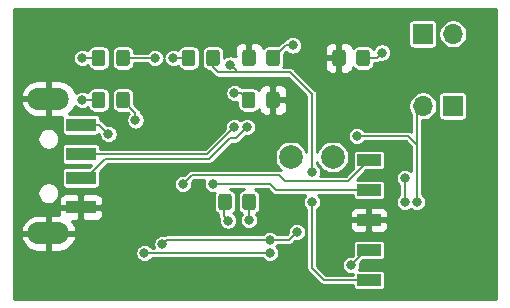
<source format=gbl>
G04 #@! TF.GenerationSoftware,KiCad,Pcbnew,5.1.10*
G04 #@! TF.CreationDate,2021-12-09T23:26:38-05:00*
G04 #@! TF.ProjectId,usbdbg,75736264-6267-42e6-9b69-6361645f7063,rev?*
G04 #@! TF.SameCoordinates,Original*
G04 #@! TF.FileFunction,Copper,L2,Bot*
G04 #@! TF.FilePolarity,Positive*
%FSLAX46Y46*%
G04 Gerber Fmt 4.6, Leading zero omitted, Abs format (unit mm)*
G04 Created by KiCad (PCBNEW 5.1.10) date 2021-12-09 23:26:38*
%MOMM*%
%LPD*%
G01*
G04 APERTURE LIST*
G04 #@! TA.AperFunction,ComponentPad*
%ADD10O,1.700000X1.700000*%
G04 #@! TD*
G04 #@! TA.AperFunction,ComponentPad*
%ADD11R,1.700000X1.700000*%
G04 #@! TD*
G04 #@! TA.AperFunction,SMDPad,CuDef*
%ADD12R,2.000000X1.000000*%
G04 #@! TD*
G04 #@! TA.AperFunction,SMDPad,CuDef*
%ADD13R,2.500000X1.100000*%
G04 #@! TD*
G04 #@! TA.AperFunction,ComponentPad*
%ADD14O,3.500000X1.900000*%
G04 #@! TD*
G04 #@! TA.AperFunction,ComponentPad*
%ADD15C,2.000000*%
G04 #@! TD*
G04 #@! TA.AperFunction,ViaPad*
%ADD16C,0.800000*%
G04 #@! TD*
G04 #@! TA.AperFunction,Conductor*
%ADD17C,0.152400*%
G04 #@! TD*
G04 #@! TA.AperFunction,Conductor*
%ADD18C,0.254000*%
G04 #@! TD*
G04 #@! TA.AperFunction,Conductor*
%ADD19C,0.100000*%
G04 #@! TD*
G04 APERTURE END LIST*
D10*
X164592000Y-59944000D03*
D11*
X167132000Y-59944000D03*
X164592000Y-53848000D03*
D10*
X167132000Y-53848000D03*
D12*
X160020000Y-74676000D03*
X160020000Y-72136000D03*
X160020000Y-69596000D03*
X160020000Y-67056000D03*
X160020000Y-64516000D03*
G04 #@! TA.AperFunction,SMDPad,CuDef*
G36*
G01*
X152485000Y-55429999D02*
X152485000Y-56330001D01*
G75*
G02*
X152235001Y-56580000I-249999J0D01*
G01*
X151584999Y-56580000D01*
G75*
G02*
X151335000Y-56330001I0J249999D01*
G01*
X151335000Y-55429999D01*
G75*
G02*
X151584999Y-55180000I249999J0D01*
G01*
X152235001Y-55180000D01*
G75*
G02*
X152485000Y-55429999I0J-249999D01*
G01*
G37*
G04 #@! TD.AperFunction*
G04 #@! TA.AperFunction,SMDPad,CuDef*
G36*
G01*
X150435000Y-55429999D02*
X150435000Y-56330001D01*
G75*
G02*
X150185001Y-56580000I-249999J0D01*
G01*
X149534999Y-56580000D01*
G75*
G02*
X149285000Y-56330001I0J249999D01*
G01*
X149285000Y-55429999D01*
G75*
G02*
X149534999Y-55180000I249999J0D01*
G01*
X150185001Y-55180000D01*
G75*
G02*
X150435000Y-55429999I0J-249999D01*
G01*
G37*
G04 #@! TD.AperFunction*
G04 #@! TA.AperFunction,SMDPad,CuDef*
G36*
G01*
X151317000Y-59886001D02*
X151317000Y-58985999D01*
G75*
G02*
X151566999Y-58736000I249999J0D01*
G01*
X152217001Y-58736000D01*
G75*
G02*
X152467000Y-58985999I0J-249999D01*
G01*
X152467000Y-59886001D01*
G75*
G02*
X152217001Y-60136000I-249999J0D01*
G01*
X151566999Y-60136000D01*
G75*
G02*
X151317000Y-59886001I0J249999D01*
G01*
G37*
G04 #@! TD.AperFunction*
G04 #@! TA.AperFunction,SMDPad,CuDef*
G36*
G01*
X149267000Y-59886001D02*
X149267000Y-58985999D01*
G75*
G02*
X149516999Y-58736000I249999J0D01*
G01*
X150167001Y-58736000D01*
G75*
G02*
X150417000Y-58985999I0J-249999D01*
G01*
X150417000Y-59886001D01*
G75*
G02*
X150167001Y-60136000I-249999J0D01*
G01*
X149516999Y-60136000D01*
G75*
G02*
X149267000Y-59886001I0J249999D01*
G01*
G37*
G04 #@! TD.AperFunction*
G04 #@! TA.AperFunction,SMDPad,CuDef*
G36*
G01*
X160105000Y-55429999D02*
X160105000Y-56330001D01*
G75*
G02*
X159855001Y-56580000I-249999J0D01*
G01*
X159204999Y-56580000D01*
G75*
G02*
X158955000Y-56330001I0J249999D01*
G01*
X158955000Y-55429999D01*
G75*
G02*
X159204999Y-55180000I249999J0D01*
G01*
X159855001Y-55180000D01*
G75*
G02*
X160105000Y-55429999I0J-249999D01*
G01*
G37*
G04 #@! TD.AperFunction*
G04 #@! TA.AperFunction,SMDPad,CuDef*
G36*
G01*
X158055000Y-55429999D02*
X158055000Y-56330001D01*
G75*
G02*
X157805001Y-56580000I-249999J0D01*
G01*
X157154999Y-56580000D01*
G75*
G02*
X156905000Y-56330001I0J249999D01*
G01*
X156905000Y-55429999D01*
G75*
G02*
X157154999Y-55180000I249999J0D01*
G01*
X157805001Y-55180000D01*
G75*
G02*
X158055000Y-55429999I0J-249999D01*
G01*
G37*
G04 #@! TD.AperFunction*
D13*
X135634000Y-64024000D03*
X135634000Y-66024000D03*
X135634000Y-61524000D03*
X135634000Y-68524000D03*
D14*
X132884000Y-59324000D03*
X132884000Y-70724000D03*
G04 #@! TA.AperFunction,SMDPad,CuDef*
G36*
G01*
X148403000Y-67621999D02*
X148403000Y-68522001D01*
G75*
G02*
X148153001Y-68772000I-249999J0D01*
G01*
X147502999Y-68772000D01*
G75*
G02*
X147253000Y-68522001I0J249999D01*
G01*
X147253000Y-67621999D01*
G75*
G02*
X147502999Y-67372000I249999J0D01*
G01*
X148153001Y-67372000D01*
G75*
G02*
X148403000Y-67621999I0J-249999D01*
G01*
G37*
G04 #@! TD.AperFunction*
G04 #@! TA.AperFunction,SMDPad,CuDef*
G36*
G01*
X150453000Y-67621999D02*
X150453000Y-68522001D01*
G75*
G02*
X150203001Y-68772000I-249999J0D01*
G01*
X149552999Y-68772000D01*
G75*
G02*
X149303000Y-68522001I0J249999D01*
G01*
X149303000Y-67621999D01*
G75*
G02*
X149552999Y-67372000I249999J0D01*
G01*
X150203001Y-67372000D01*
G75*
G02*
X150453000Y-67621999I0J-249999D01*
G01*
G37*
G04 #@! TD.AperFunction*
G04 #@! TA.AperFunction,SMDPad,CuDef*
G36*
G01*
X139767000Y-58985999D02*
X139767000Y-59886001D01*
G75*
G02*
X139517001Y-60136000I-249999J0D01*
G01*
X138866999Y-60136000D01*
G75*
G02*
X138617000Y-59886001I0J249999D01*
G01*
X138617000Y-58985999D01*
G75*
G02*
X138866999Y-58736000I249999J0D01*
G01*
X139517001Y-58736000D01*
G75*
G02*
X139767000Y-58985999I0J-249999D01*
G01*
G37*
G04 #@! TD.AperFunction*
G04 #@! TA.AperFunction,SMDPad,CuDef*
G36*
G01*
X137717000Y-58985999D02*
X137717000Y-59886001D01*
G75*
G02*
X137467001Y-60136000I-249999J0D01*
G01*
X136816999Y-60136000D01*
G75*
G02*
X136567000Y-59886001I0J249999D01*
G01*
X136567000Y-58985999D01*
G75*
G02*
X136816999Y-58736000I249999J0D01*
G01*
X137467001Y-58736000D01*
G75*
G02*
X137717000Y-58985999I0J-249999D01*
G01*
G37*
G04 #@! TD.AperFunction*
G04 #@! TA.AperFunction,SMDPad,CuDef*
G36*
G01*
X138617000Y-56330001D02*
X138617000Y-55429999D01*
G75*
G02*
X138866999Y-55180000I249999J0D01*
G01*
X139517001Y-55180000D01*
G75*
G02*
X139767000Y-55429999I0J-249999D01*
G01*
X139767000Y-56330001D01*
G75*
G02*
X139517001Y-56580000I-249999J0D01*
G01*
X138866999Y-56580000D01*
G75*
G02*
X138617000Y-56330001I0J249999D01*
G01*
G37*
G04 #@! TD.AperFunction*
G04 #@! TA.AperFunction,SMDPad,CuDef*
G36*
G01*
X136567000Y-56330001D02*
X136567000Y-55429999D01*
G75*
G02*
X136816999Y-55180000I249999J0D01*
G01*
X137467001Y-55180000D01*
G75*
G02*
X137717000Y-55429999I0J-249999D01*
G01*
X137717000Y-56330001D01*
G75*
G02*
X137467001Y-56580000I-249999J0D01*
G01*
X136816999Y-56580000D01*
G75*
G02*
X136567000Y-56330001I0J249999D01*
G01*
G37*
G04 #@! TD.AperFunction*
G04 #@! TA.AperFunction,SMDPad,CuDef*
G36*
G01*
X144187000Y-56330001D02*
X144187000Y-55429999D01*
G75*
G02*
X144436999Y-55180000I249999J0D01*
G01*
X145087001Y-55180000D01*
G75*
G02*
X145337000Y-55429999I0J-249999D01*
G01*
X145337000Y-56330001D01*
G75*
G02*
X145087001Y-56580000I-249999J0D01*
G01*
X144436999Y-56580000D01*
G75*
G02*
X144187000Y-56330001I0J249999D01*
G01*
G37*
G04 #@! TD.AperFunction*
G04 #@! TA.AperFunction,SMDPad,CuDef*
G36*
G01*
X146237000Y-56330001D02*
X146237000Y-55429999D01*
G75*
G02*
X146486999Y-55180000I249999J0D01*
G01*
X147137001Y-55180000D01*
G75*
G02*
X147387000Y-55429999I0J-249999D01*
G01*
X147387000Y-56330001D01*
G75*
G02*
X147137001Y-56580000I-249999J0D01*
G01*
X146486999Y-56580000D01*
G75*
G02*
X146237000Y-56330001I0J249999D01*
G01*
G37*
G04 #@! TD.AperFunction*
D15*
X156972000Y-64262000D03*
X153416000Y-64262000D03*
D16*
X141020800Y-72390000D03*
X151638000Y-72390000D03*
X151638000Y-71272400D03*
X142544800Y-71628000D03*
X153924000Y-70612000D03*
X138176000Y-67564000D03*
X159054800Y-52933600D03*
X151536400Y-73660000D03*
X151638000Y-61823600D03*
X161290000Y-59944000D03*
X158496000Y-70866000D03*
X148082000Y-69646800D03*
X161137600Y-55422800D03*
X153568400Y-54813200D03*
X143459200Y-55880000D03*
X141901500Y-55880000D03*
X140258800Y-61163200D03*
X137972800Y-62331600D03*
X158496000Y-73406000D03*
X149860000Y-69596000D03*
X135763000Y-59436000D03*
X135763000Y-55880000D03*
X148285204Y-56438800D03*
X155194000Y-65532000D03*
X155194000Y-68072000D03*
X146812000Y-66548000D03*
X144272000Y-66548000D03*
X148640800Y-58826400D03*
X148616063Y-61735149D03*
X149707600Y-61722000D03*
X164084000Y-68072000D03*
X159004000Y-62484000D03*
X163068000Y-66040000D03*
X163068000Y-68072000D03*
D17*
X141020800Y-72390000D02*
X151587200Y-72390000D01*
X151638000Y-71272400D02*
X142900400Y-71272400D01*
X142900400Y-71272400D02*
X142544800Y-71628000D01*
X153263600Y-71272400D02*
X153924000Y-70612000D01*
X151638000Y-71272400D02*
X153263600Y-71272400D01*
X147726400Y-68173600D02*
X147828000Y-68072000D01*
X147726400Y-69291200D02*
X147726400Y-68173600D01*
X148082000Y-69646800D02*
X147726400Y-69291200D01*
X160680400Y-55880000D02*
X161137600Y-55422800D01*
X159530000Y-55880000D02*
X160680400Y-55880000D01*
X152976800Y-54813200D02*
X153568400Y-54813200D01*
X151910000Y-55880000D02*
X152976800Y-54813200D01*
X144762000Y-55880000D02*
X143459200Y-55880000D01*
X139192000Y-55880000D02*
X141901500Y-55880000D01*
X140258800Y-60502800D02*
X140258800Y-61163200D01*
X139192000Y-59436000D02*
X140258800Y-60502800D01*
X137165200Y-61524000D02*
X137972800Y-62331600D01*
X135634000Y-61524000D02*
X137165200Y-61524000D01*
X159766000Y-72136000D02*
X158496000Y-73406000D01*
X160020000Y-72136000D02*
X159766000Y-72136000D01*
X149878000Y-69578000D02*
X149860000Y-69596000D01*
X149878000Y-68072000D02*
X149878000Y-69578000D01*
X135763000Y-59436000D02*
X137142000Y-59436000D01*
X137142000Y-55880000D02*
X135763000Y-55880000D01*
X147224799Y-57092799D02*
X148894800Y-57092799D01*
X146812000Y-56680000D02*
X147224799Y-57092799D01*
X146812000Y-55880000D02*
X146812000Y-56680000D01*
X148685203Y-56838799D02*
X148285204Y-56438800D01*
X148894800Y-57048396D02*
X148685203Y-56838799D01*
X148894800Y-57092799D02*
X148894800Y-57048396D01*
X148894800Y-57092799D02*
X153358799Y-57092799D01*
X155194000Y-58928000D02*
X155194000Y-65532000D01*
X153358799Y-57092799D02*
X155194000Y-58928000D01*
X155194000Y-68072000D02*
X155194000Y-73660000D01*
X155194000Y-73660000D02*
X156210000Y-74676000D01*
X156210000Y-74676000D02*
X160020000Y-74676000D01*
X160020000Y-67056000D02*
X152146000Y-67056000D01*
X151638000Y-66548000D02*
X146812000Y-66548000D01*
X152146000Y-67056000D02*
X151638000Y-66548000D01*
X160020000Y-64516000D02*
X158242000Y-66294000D01*
X158242000Y-66294000D02*
X152908000Y-66294000D01*
X152908000Y-66294000D02*
X152400000Y-65786000D01*
X152400000Y-65786000D02*
X145034000Y-65786000D01*
X145034000Y-65786000D02*
X144272000Y-66548000D01*
X149232400Y-58826400D02*
X149842000Y-59436000D01*
X148640800Y-58826400D02*
X149232400Y-58826400D01*
X146327212Y-64024000D02*
X148216064Y-62135148D01*
X148216064Y-62135148D02*
X148616063Y-61735149D01*
X135634000Y-64024000D02*
X146327212Y-64024000D01*
X148742400Y-62687200D02*
X149707600Y-61722000D01*
X148234400Y-62687200D02*
X148742400Y-62687200D01*
X146558000Y-64363600D02*
X148234400Y-62687200D01*
X146556705Y-64363600D02*
X146558000Y-64363600D01*
X137706790Y-64426410D02*
X146493895Y-64426410D01*
X146493895Y-64426410D02*
X146556705Y-64363600D01*
X136093200Y-66040000D02*
X137706790Y-64426410D01*
X135650000Y-66040000D02*
X136093200Y-66040000D01*
X135634000Y-66024000D02*
X135650000Y-66040000D01*
X164084000Y-60452000D02*
X164592000Y-59944000D01*
X162052000Y-62484000D02*
X163322000Y-62484000D01*
X163322000Y-62484000D02*
X164084000Y-63246000D01*
X164084000Y-63246000D02*
X164084000Y-60452000D01*
X164084000Y-68072000D02*
X164084000Y-63246000D01*
X162052000Y-62484000D02*
X159004000Y-62484000D01*
X163068000Y-66040000D02*
X163068000Y-68072000D01*
D18*
X170790801Y-76302800D02*
X129945200Y-76302800D01*
X129945200Y-72313078D01*
X140239800Y-72313078D01*
X140239800Y-72466922D01*
X140269813Y-72617809D01*
X140328687Y-72759942D01*
X140414158Y-72887859D01*
X140522941Y-72996642D01*
X140650858Y-73082113D01*
X140792991Y-73140987D01*
X140943878Y-73171000D01*
X141097722Y-73171000D01*
X141248609Y-73140987D01*
X141390742Y-73082113D01*
X141518659Y-72996642D01*
X141627442Y-72887859D01*
X141654609Y-72847200D01*
X151004191Y-72847200D01*
X151031358Y-72887859D01*
X151140141Y-72996642D01*
X151268058Y-73082113D01*
X151410191Y-73140987D01*
X151561078Y-73171000D01*
X151714922Y-73171000D01*
X151865809Y-73140987D01*
X152007942Y-73082113D01*
X152135859Y-72996642D01*
X152244642Y-72887859D01*
X152330113Y-72759942D01*
X152388987Y-72617809D01*
X152419000Y-72466922D01*
X152419000Y-72313078D01*
X152388987Y-72162191D01*
X152330113Y-72020058D01*
X152244642Y-71892141D01*
X152183701Y-71831200D01*
X152244642Y-71770259D01*
X152271809Y-71729600D01*
X153241150Y-71729600D01*
X153263600Y-71731811D01*
X153286050Y-71729600D01*
X153286060Y-71729600D01*
X153353227Y-71722985D01*
X153439409Y-71696841D01*
X153518836Y-71654387D01*
X153588453Y-71597253D01*
X153602774Y-71579803D01*
X153799118Y-71383460D01*
X153847078Y-71393000D01*
X154000922Y-71393000D01*
X154151809Y-71362987D01*
X154293942Y-71304113D01*
X154421859Y-71218642D01*
X154530642Y-71109859D01*
X154616113Y-70981942D01*
X154674987Y-70839809D01*
X154705000Y-70688922D01*
X154705000Y-70535078D01*
X154674987Y-70384191D01*
X154616113Y-70242058D01*
X154530642Y-70114141D01*
X154421859Y-70005358D01*
X154293942Y-69919887D01*
X154151809Y-69861013D01*
X154000922Y-69831000D01*
X153847078Y-69831000D01*
X153696191Y-69861013D01*
X153554058Y-69919887D01*
X153426141Y-70005358D01*
X153317358Y-70114141D01*
X153231887Y-70242058D01*
X153173013Y-70384191D01*
X153143000Y-70535078D01*
X153143000Y-70688922D01*
X153152540Y-70736882D01*
X153074223Y-70815200D01*
X152271809Y-70815200D01*
X152244642Y-70774541D01*
X152135859Y-70665758D01*
X152007942Y-70580287D01*
X151865809Y-70521413D01*
X151714922Y-70491400D01*
X151561078Y-70491400D01*
X151410191Y-70521413D01*
X151268058Y-70580287D01*
X151140141Y-70665758D01*
X151031358Y-70774541D01*
X151004191Y-70815200D01*
X142922849Y-70815200D01*
X142900399Y-70812989D01*
X142877949Y-70815200D01*
X142877940Y-70815200D01*
X142810773Y-70821815D01*
X142724591Y-70847959D01*
X142718902Y-70851000D01*
X142697999Y-70862172D01*
X142621722Y-70847000D01*
X142467878Y-70847000D01*
X142316991Y-70877013D01*
X142174858Y-70935887D01*
X142046941Y-71021358D01*
X141938158Y-71130141D01*
X141852687Y-71258058D01*
X141793813Y-71400191D01*
X141763800Y-71551078D01*
X141763800Y-71704922D01*
X141793813Y-71855809D01*
X141825704Y-71932800D01*
X141654609Y-71932800D01*
X141627442Y-71892141D01*
X141518659Y-71783358D01*
X141390742Y-71697887D01*
X141248609Y-71639013D01*
X141097722Y-71609000D01*
X140943878Y-71609000D01*
X140792991Y-71639013D01*
X140650858Y-71697887D01*
X140522941Y-71783358D01*
X140414158Y-71892141D01*
X140328687Y-72020058D01*
X140269813Y-72162191D01*
X140239800Y-72313078D01*
X129945200Y-72313078D01*
X129945200Y-71096588D01*
X130543414Y-71096588D01*
X130571051Y-71213221D01*
X130695564Y-71498983D01*
X130873434Y-71754962D01*
X131097825Y-71971322D01*
X131360114Y-72139748D01*
X131650222Y-72253768D01*
X131957000Y-72309000D01*
X132757000Y-72309000D01*
X132757000Y-70851000D01*
X133011000Y-70851000D01*
X133011000Y-72309000D01*
X133811000Y-72309000D01*
X134117778Y-72253768D01*
X134407886Y-72139748D01*
X134670175Y-71971322D01*
X134894566Y-71754962D01*
X135072436Y-71498983D01*
X135196949Y-71213221D01*
X135224586Y-71096588D01*
X135104584Y-70851000D01*
X133011000Y-70851000D01*
X132757000Y-70851000D01*
X130663416Y-70851000D01*
X130543414Y-71096588D01*
X129945200Y-71096588D01*
X129945200Y-70351412D01*
X130543414Y-70351412D01*
X130663416Y-70597000D01*
X132757000Y-70597000D01*
X132757000Y-69139000D01*
X133011000Y-69139000D01*
X133011000Y-70597000D01*
X135104584Y-70597000D01*
X135224586Y-70351412D01*
X135196949Y-70234779D01*
X135072436Y-69949017D01*
X134906635Y-69710407D01*
X135348250Y-69709000D01*
X135507000Y-69550250D01*
X135507000Y-68651000D01*
X135761000Y-68651000D01*
X135761000Y-69550250D01*
X135919750Y-69709000D01*
X136884000Y-69712072D01*
X137008482Y-69699812D01*
X137128180Y-69663502D01*
X137238494Y-69604537D01*
X137335185Y-69525185D01*
X137414537Y-69428494D01*
X137473502Y-69318180D01*
X137509812Y-69198482D01*
X137522072Y-69074000D01*
X137519000Y-68809750D01*
X137360250Y-68651000D01*
X135761000Y-68651000D01*
X135507000Y-68651000D01*
X133907750Y-68651000D01*
X133749000Y-68809750D01*
X133745928Y-69074000D01*
X133752330Y-69139000D01*
X133011000Y-69139000D01*
X132757000Y-69139000D01*
X131957000Y-69139000D01*
X131650222Y-69194232D01*
X131360114Y-69308252D01*
X131097825Y-69476678D01*
X130873434Y-69693038D01*
X130695564Y-69949017D01*
X130571051Y-70234779D01*
X130543414Y-70351412D01*
X129945200Y-70351412D01*
X129945200Y-67232304D01*
X131953000Y-67232304D01*
X131953000Y-67415696D01*
X131988778Y-67595563D01*
X132058958Y-67764994D01*
X132160845Y-67917478D01*
X132290522Y-68047155D01*
X132443006Y-68149042D01*
X132612437Y-68219222D01*
X132792304Y-68255000D01*
X132975696Y-68255000D01*
X133155563Y-68219222D01*
X133324994Y-68149042D01*
X133477478Y-68047155D01*
X133550633Y-67974000D01*
X133745928Y-67974000D01*
X133749000Y-68238250D01*
X133907750Y-68397000D01*
X135507000Y-68397000D01*
X135507000Y-67497750D01*
X135761000Y-67497750D01*
X135761000Y-68397000D01*
X137360250Y-68397000D01*
X137519000Y-68238250D01*
X137522072Y-67974000D01*
X137509812Y-67849518D01*
X137473502Y-67729820D01*
X137414537Y-67619506D01*
X137335185Y-67522815D01*
X137238494Y-67443463D01*
X137128180Y-67384498D01*
X137008482Y-67348188D01*
X136884000Y-67335928D01*
X135919750Y-67339000D01*
X135761000Y-67497750D01*
X135507000Y-67497750D01*
X135348250Y-67339000D01*
X134384000Y-67335928D01*
X134259518Y-67348188D01*
X134139820Y-67384498D01*
X134029506Y-67443463D01*
X133932815Y-67522815D01*
X133853463Y-67619506D01*
X133794498Y-67729820D01*
X133758188Y-67849518D01*
X133745928Y-67974000D01*
X133550633Y-67974000D01*
X133607155Y-67917478D01*
X133709042Y-67764994D01*
X133779222Y-67595563D01*
X133815000Y-67415696D01*
X133815000Y-67232304D01*
X133779222Y-67052437D01*
X133709042Y-66883006D01*
X133607155Y-66730522D01*
X133477478Y-66600845D01*
X133324994Y-66498958D01*
X133155563Y-66428778D01*
X132975696Y-66393000D01*
X132792304Y-66393000D01*
X132612437Y-66428778D01*
X132443006Y-66498958D01*
X132290522Y-66600845D01*
X132160845Y-66730522D01*
X132058958Y-66883006D01*
X131988778Y-67052437D01*
X131953000Y-67232304D01*
X129945200Y-67232304D01*
X129945200Y-62632304D01*
X131953000Y-62632304D01*
X131953000Y-62815696D01*
X131988778Y-62995563D01*
X132058958Y-63164994D01*
X132160845Y-63317478D01*
X132290522Y-63447155D01*
X132443006Y-63549042D01*
X132612437Y-63619222D01*
X132792304Y-63655000D01*
X132975696Y-63655000D01*
X133155563Y-63619222D01*
X133324994Y-63549042D01*
X133437301Y-63474000D01*
X134001157Y-63474000D01*
X134001157Y-64574000D01*
X134008513Y-64648689D01*
X134030299Y-64720508D01*
X134065678Y-64786696D01*
X134113289Y-64844711D01*
X134171304Y-64892322D01*
X134237492Y-64927701D01*
X134309311Y-64949487D01*
X134384000Y-64956843D01*
X136529780Y-64956843D01*
X136395466Y-65091157D01*
X134384000Y-65091157D01*
X134309311Y-65098513D01*
X134237492Y-65120299D01*
X134171304Y-65155678D01*
X134113289Y-65203289D01*
X134065678Y-65261304D01*
X134030299Y-65327492D01*
X134008513Y-65399311D01*
X134001157Y-65474000D01*
X134001157Y-66574000D01*
X134008513Y-66648689D01*
X134030299Y-66720508D01*
X134065678Y-66786696D01*
X134113289Y-66844711D01*
X134171304Y-66892322D01*
X134237492Y-66927701D01*
X134309311Y-66949487D01*
X134384000Y-66956843D01*
X136884000Y-66956843D01*
X136958689Y-66949487D01*
X137030508Y-66927701D01*
X137096696Y-66892322D01*
X137154711Y-66844711D01*
X137202322Y-66786696D01*
X137237701Y-66720508D01*
X137259487Y-66648689D01*
X137266843Y-66574000D01*
X137266843Y-66471078D01*
X143491000Y-66471078D01*
X143491000Y-66624922D01*
X143521013Y-66775809D01*
X143579887Y-66917942D01*
X143665358Y-67045859D01*
X143774141Y-67154642D01*
X143902058Y-67240113D01*
X144044191Y-67298987D01*
X144195078Y-67329000D01*
X144348922Y-67329000D01*
X144499809Y-67298987D01*
X144641942Y-67240113D01*
X144769859Y-67154642D01*
X144878642Y-67045859D01*
X144964113Y-66917942D01*
X145022987Y-66775809D01*
X145053000Y-66624922D01*
X145053000Y-66471078D01*
X145043460Y-66423118D01*
X145223379Y-66243200D01*
X146092904Y-66243200D01*
X146061013Y-66320191D01*
X146031000Y-66471078D01*
X146031000Y-66624922D01*
X146061013Y-66775809D01*
X146119887Y-66917942D01*
X146205358Y-67045859D01*
X146314141Y-67154642D01*
X146442058Y-67240113D01*
X146584191Y-67298987D01*
X146735078Y-67329000D01*
X146888922Y-67329000D01*
X146952224Y-67316409D01*
X146918329Y-67379821D01*
X146882317Y-67498538D01*
X146870157Y-67621999D01*
X146870157Y-68522001D01*
X146882317Y-68645462D01*
X146918329Y-68764179D01*
X146976810Y-68873589D01*
X147055512Y-68969488D01*
X147151411Y-69048190D01*
X147260821Y-69106671D01*
X147269200Y-69109213D01*
X147269200Y-69268750D01*
X147266989Y-69291200D01*
X147269200Y-69313650D01*
X147269200Y-69313659D01*
X147275815Y-69380826D01*
X147301959Y-69467008D01*
X147316172Y-69493600D01*
X147301000Y-69569878D01*
X147301000Y-69723722D01*
X147331013Y-69874609D01*
X147389887Y-70016742D01*
X147475358Y-70144659D01*
X147584141Y-70253442D01*
X147712058Y-70338913D01*
X147854191Y-70397787D01*
X148005078Y-70427800D01*
X148158922Y-70427800D01*
X148309809Y-70397787D01*
X148451942Y-70338913D01*
X148579859Y-70253442D01*
X148688642Y-70144659D01*
X148774113Y-70016742D01*
X148832987Y-69874609D01*
X148863000Y-69723722D01*
X148863000Y-69569878D01*
X148832987Y-69418991D01*
X148774113Y-69276858D01*
X148688642Y-69148941D01*
X148579859Y-69040158D01*
X148543764Y-69016040D01*
X148600488Y-68969488D01*
X148679190Y-68873589D01*
X148737671Y-68764179D01*
X148773683Y-68645462D01*
X148785843Y-68522001D01*
X148785843Y-67621999D01*
X148773683Y-67498538D01*
X148737671Y-67379821D01*
X148679190Y-67270411D01*
X148600488Y-67174512D01*
X148504589Y-67095810D01*
X148395179Y-67037329D01*
X148289263Y-67005200D01*
X149416737Y-67005200D01*
X149310821Y-67037329D01*
X149201411Y-67095810D01*
X149105512Y-67174512D01*
X149026810Y-67270411D01*
X148968329Y-67379821D01*
X148932317Y-67498538D01*
X148920157Y-67621999D01*
X148920157Y-68522001D01*
X148932317Y-68645462D01*
X148968329Y-68764179D01*
X149026810Y-68873589D01*
X149105512Y-68969488D01*
X149201411Y-69048190D01*
X149267815Y-69083684D01*
X149253358Y-69098141D01*
X149167887Y-69226058D01*
X149109013Y-69368191D01*
X149079000Y-69519078D01*
X149079000Y-69672922D01*
X149109013Y-69823809D01*
X149167887Y-69965942D01*
X149253358Y-70093859D01*
X149362141Y-70202642D01*
X149490058Y-70288113D01*
X149632191Y-70346987D01*
X149783078Y-70377000D01*
X149936922Y-70377000D01*
X150087809Y-70346987D01*
X150229942Y-70288113D01*
X150357859Y-70202642D01*
X150466642Y-70093859D01*
X150552113Y-69965942D01*
X150610987Y-69823809D01*
X150641000Y-69672922D01*
X150641000Y-69519078D01*
X150610987Y-69368191D01*
X150552113Y-69226058D01*
X150466642Y-69098141D01*
X150464725Y-69096224D01*
X150554589Y-69048190D01*
X150650488Y-68969488D01*
X150729190Y-68873589D01*
X150787671Y-68764179D01*
X150823683Y-68645462D01*
X150835843Y-68522001D01*
X150835843Y-67621999D01*
X150823683Y-67498538D01*
X150787671Y-67379821D01*
X150729190Y-67270411D01*
X150650488Y-67174512D01*
X150554589Y-67095810D01*
X150445179Y-67037329D01*
X150339263Y-67005200D01*
X151448623Y-67005200D01*
X151806830Y-67363408D01*
X151821147Y-67380853D01*
X151838592Y-67395170D01*
X151890763Y-67437987D01*
X151933217Y-67460678D01*
X151970191Y-67480441D01*
X152056373Y-67506585D01*
X152123540Y-67513200D01*
X152123549Y-67513200D01*
X152145999Y-67515411D01*
X152168449Y-67513200D01*
X154648299Y-67513200D01*
X154587358Y-67574141D01*
X154501887Y-67702058D01*
X154443013Y-67844191D01*
X154413000Y-67995078D01*
X154413000Y-68148922D01*
X154443013Y-68299809D01*
X154501887Y-68441942D01*
X154587358Y-68569859D01*
X154696141Y-68678642D01*
X154736800Y-68705809D01*
X154736801Y-73637540D01*
X154734589Y-73660000D01*
X154736801Y-73682460D01*
X154743416Y-73749627D01*
X154769560Y-73835809D01*
X154812014Y-73915236D01*
X154869148Y-73984853D01*
X154886593Y-73999170D01*
X155870830Y-74983408D01*
X155885147Y-75000853D01*
X155954764Y-75057987D01*
X156034191Y-75100441D01*
X156120373Y-75126585D01*
X156187540Y-75133200D01*
X156187550Y-75133200D01*
X156210000Y-75135411D01*
X156232450Y-75133200D01*
X158637157Y-75133200D01*
X158637157Y-75176000D01*
X158644513Y-75250689D01*
X158666299Y-75322508D01*
X158701678Y-75388696D01*
X158749289Y-75446711D01*
X158807304Y-75494322D01*
X158873492Y-75529701D01*
X158945311Y-75551487D01*
X159020000Y-75558843D01*
X161020000Y-75558843D01*
X161094689Y-75551487D01*
X161166508Y-75529701D01*
X161232696Y-75494322D01*
X161290711Y-75446711D01*
X161338322Y-75388696D01*
X161373701Y-75322508D01*
X161395487Y-75250689D01*
X161402843Y-75176000D01*
X161402843Y-74176000D01*
X161395487Y-74101311D01*
X161373701Y-74029492D01*
X161338322Y-73963304D01*
X161290711Y-73905289D01*
X161232696Y-73857678D01*
X161166508Y-73822299D01*
X161094689Y-73800513D01*
X161020000Y-73793157D01*
X159176610Y-73793157D01*
X159188113Y-73775942D01*
X159246987Y-73633809D01*
X159277000Y-73482922D01*
X159277000Y-73329078D01*
X159267460Y-73281117D01*
X159529735Y-73018843D01*
X161020000Y-73018843D01*
X161094689Y-73011487D01*
X161166508Y-72989701D01*
X161232696Y-72954322D01*
X161290711Y-72906711D01*
X161338322Y-72848696D01*
X161373701Y-72782508D01*
X161395487Y-72710689D01*
X161402843Y-72636000D01*
X161402843Y-71636000D01*
X161395487Y-71561311D01*
X161373701Y-71489492D01*
X161338322Y-71423304D01*
X161290711Y-71365289D01*
X161232696Y-71317678D01*
X161166508Y-71282299D01*
X161094689Y-71260513D01*
X161020000Y-71253157D01*
X159020000Y-71253157D01*
X158945311Y-71260513D01*
X158873492Y-71282299D01*
X158807304Y-71317678D01*
X158749289Y-71365289D01*
X158701678Y-71423304D01*
X158666299Y-71489492D01*
X158644513Y-71561311D01*
X158637157Y-71636000D01*
X158637157Y-72618266D01*
X158620883Y-72634540D01*
X158572922Y-72625000D01*
X158419078Y-72625000D01*
X158268191Y-72655013D01*
X158126058Y-72713887D01*
X157998141Y-72799358D01*
X157889358Y-72908141D01*
X157803887Y-73036058D01*
X157745013Y-73178191D01*
X157715000Y-73329078D01*
X157715000Y-73482922D01*
X157745013Y-73633809D01*
X157803887Y-73775942D01*
X157889358Y-73903859D01*
X157998141Y-74012642D01*
X158126058Y-74098113D01*
X158268191Y-74156987D01*
X158419078Y-74187000D01*
X158572922Y-74187000D01*
X158637336Y-74174187D01*
X158637157Y-74176000D01*
X158637157Y-74218800D01*
X156399378Y-74218800D01*
X155651200Y-73470623D01*
X155651200Y-70096000D01*
X158381928Y-70096000D01*
X158394188Y-70220482D01*
X158430498Y-70340180D01*
X158489463Y-70450494D01*
X158568815Y-70547185D01*
X158665506Y-70626537D01*
X158775820Y-70685502D01*
X158895518Y-70721812D01*
X159020000Y-70734072D01*
X159734250Y-70731000D01*
X159893000Y-70572250D01*
X159893000Y-69723000D01*
X160147000Y-69723000D01*
X160147000Y-70572250D01*
X160305750Y-70731000D01*
X161020000Y-70734072D01*
X161144482Y-70721812D01*
X161264180Y-70685502D01*
X161374494Y-70626537D01*
X161471185Y-70547185D01*
X161550537Y-70450494D01*
X161609502Y-70340180D01*
X161645812Y-70220482D01*
X161658072Y-70096000D01*
X161655000Y-69881750D01*
X161496250Y-69723000D01*
X160147000Y-69723000D01*
X159893000Y-69723000D01*
X158543750Y-69723000D01*
X158385000Y-69881750D01*
X158381928Y-70096000D01*
X155651200Y-70096000D01*
X155651200Y-69096000D01*
X158381928Y-69096000D01*
X158385000Y-69310250D01*
X158543750Y-69469000D01*
X159893000Y-69469000D01*
X159893000Y-68619750D01*
X160147000Y-68619750D01*
X160147000Y-69469000D01*
X161496250Y-69469000D01*
X161655000Y-69310250D01*
X161658072Y-69096000D01*
X161645812Y-68971518D01*
X161609502Y-68851820D01*
X161550537Y-68741506D01*
X161471185Y-68644815D01*
X161374494Y-68565463D01*
X161264180Y-68506498D01*
X161144482Y-68470188D01*
X161020000Y-68457928D01*
X160305750Y-68461000D01*
X160147000Y-68619750D01*
X159893000Y-68619750D01*
X159734250Y-68461000D01*
X159020000Y-68457928D01*
X158895518Y-68470188D01*
X158775820Y-68506498D01*
X158665506Y-68565463D01*
X158568815Y-68644815D01*
X158489463Y-68741506D01*
X158430498Y-68851820D01*
X158394188Y-68971518D01*
X158381928Y-69096000D01*
X155651200Y-69096000D01*
X155651200Y-68705809D01*
X155691859Y-68678642D01*
X155800642Y-68569859D01*
X155886113Y-68441942D01*
X155944987Y-68299809D01*
X155975000Y-68148922D01*
X155975000Y-67995078D01*
X155944987Y-67844191D01*
X155886113Y-67702058D01*
X155800642Y-67574141D01*
X155739701Y-67513200D01*
X158637157Y-67513200D01*
X158637157Y-67556000D01*
X158644513Y-67630689D01*
X158666299Y-67702508D01*
X158701678Y-67768696D01*
X158749289Y-67826711D01*
X158807304Y-67874322D01*
X158873492Y-67909701D01*
X158945311Y-67931487D01*
X159020000Y-67938843D01*
X161020000Y-67938843D01*
X161094689Y-67931487D01*
X161166508Y-67909701D01*
X161232696Y-67874322D01*
X161290711Y-67826711D01*
X161338322Y-67768696D01*
X161373701Y-67702508D01*
X161395487Y-67630689D01*
X161402843Y-67556000D01*
X161402843Y-66556000D01*
X161395487Y-66481311D01*
X161373701Y-66409492D01*
X161338322Y-66343304D01*
X161290711Y-66285289D01*
X161232696Y-66237678D01*
X161166508Y-66202299D01*
X161094689Y-66180513D01*
X161020000Y-66173157D01*
X159020000Y-66173157D01*
X159008265Y-66174313D01*
X159783735Y-65398843D01*
X161020000Y-65398843D01*
X161094689Y-65391487D01*
X161166508Y-65369701D01*
X161232696Y-65334322D01*
X161290711Y-65286711D01*
X161338322Y-65228696D01*
X161373701Y-65162508D01*
X161395487Y-65090689D01*
X161402843Y-65016000D01*
X161402843Y-64016000D01*
X161395487Y-63941311D01*
X161373701Y-63869492D01*
X161338322Y-63803304D01*
X161290711Y-63745289D01*
X161232696Y-63697678D01*
X161166508Y-63662299D01*
X161094689Y-63640513D01*
X161020000Y-63633157D01*
X159020000Y-63633157D01*
X158945311Y-63640513D01*
X158873492Y-63662299D01*
X158807304Y-63697678D01*
X158749289Y-63745289D01*
X158701678Y-63803304D01*
X158666299Y-63869492D01*
X158644513Y-63941311D01*
X158637157Y-64016000D01*
X158637157Y-65016000D01*
X158644513Y-65090689D01*
X158666299Y-65162508D01*
X158687413Y-65202009D01*
X158052623Y-65836800D01*
X155913096Y-65836800D01*
X155944987Y-65759809D01*
X155975000Y-65608922D01*
X155975000Y-65455078D01*
X155944987Y-65304191D01*
X155886113Y-65162058D01*
X155800642Y-65034141D01*
X155691859Y-64925358D01*
X155651200Y-64898191D01*
X155651200Y-64682034D01*
X155748174Y-64916149D01*
X155899307Y-65142336D01*
X156091664Y-65334693D01*
X156317851Y-65485826D01*
X156569177Y-65589929D01*
X156835983Y-65643000D01*
X157108017Y-65643000D01*
X157374823Y-65589929D01*
X157626149Y-65485826D01*
X157852336Y-65334693D01*
X158044693Y-65142336D01*
X158195826Y-64916149D01*
X158299929Y-64664823D01*
X158353000Y-64398017D01*
X158353000Y-64125983D01*
X158299929Y-63859177D01*
X158195826Y-63607851D01*
X158044693Y-63381664D01*
X157852336Y-63189307D01*
X157626149Y-63038174D01*
X157374823Y-62934071D01*
X157108017Y-62881000D01*
X156835983Y-62881000D01*
X156569177Y-62934071D01*
X156317851Y-63038174D01*
X156091664Y-63189307D01*
X155899307Y-63381664D01*
X155748174Y-63607851D01*
X155651200Y-63841966D01*
X155651200Y-62407078D01*
X158223000Y-62407078D01*
X158223000Y-62560922D01*
X158253013Y-62711809D01*
X158311887Y-62853942D01*
X158397358Y-62981859D01*
X158506141Y-63090642D01*
X158634058Y-63176113D01*
X158776191Y-63234987D01*
X158927078Y-63265000D01*
X159080922Y-63265000D01*
X159231809Y-63234987D01*
X159373942Y-63176113D01*
X159501859Y-63090642D01*
X159610642Y-62981859D01*
X159637809Y-62941200D01*
X163132623Y-62941200D01*
X163626801Y-63435380D01*
X163626801Y-65494300D01*
X163565859Y-65433358D01*
X163437942Y-65347887D01*
X163295809Y-65289013D01*
X163144922Y-65259000D01*
X162991078Y-65259000D01*
X162840191Y-65289013D01*
X162698058Y-65347887D01*
X162570141Y-65433358D01*
X162461358Y-65542141D01*
X162375887Y-65670058D01*
X162317013Y-65812191D01*
X162287000Y-65963078D01*
X162287000Y-66116922D01*
X162317013Y-66267809D01*
X162375887Y-66409942D01*
X162461358Y-66537859D01*
X162570141Y-66646642D01*
X162610800Y-66673810D01*
X162610801Y-67438190D01*
X162570141Y-67465358D01*
X162461358Y-67574141D01*
X162375887Y-67702058D01*
X162317013Y-67844191D01*
X162287000Y-67995078D01*
X162287000Y-68148922D01*
X162317013Y-68299809D01*
X162375887Y-68441942D01*
X162461358Y-68569859D01*
X162570141Y-68678642D01*
X162698058Y-68764113D01*
X162840191Y-68822987D01*
X162991078Y-68853000D01*
X163144922Y-68853000D01*
X163295809Y-68822987D01*
X163437942Y-68764113D01*
X163565859Y-68678642D01*
X163576000Y-68668501D01*
X163586141Y-68678642D01*
X163714058Y-68764113D01*
X163856191Y-68822987D01*
X164007078Y-68853000D01*
X164160922Y-68853000D01*
X164311809Y-68822987D01*
X164453942Y-68764113D01*
X164581859Y-68678642D01*
X164690642Y-68569859D01*
X164776113Y-68441942D01*
X164834987Y-68299809D01*
X164865000Y-68148922D01*
X164865000Y-67995078D01*
X164834987Y-67844191D01*
X164776113Y-67702058D01*
X164690642Y-67574141D01*
X164581859Y-67465358D01*
X164541200Y-67438191D01*
X164541200Y-63268450D01*
X164543411Y-63246000D01*
X164541200Y-63223550D01*
X164541200Y-61175000D01*
X164713243Y-61175000D01*
X164951069Y-61127693D01*
X165175097Y-61034898D01*
X165376717Y-60900180D01*
X165548180Y-60728717D01*
X165682898Y-60527097D01*
X165775693Y-60303069D01*
X165823000Y-60065243D01*
X165823000Y-59822757D01*
X165775693Y-59584931D01*
X165682898Y-59360903D01*
X165548180Y-59159283D01*
X165482897Y-59094000D01*
X165899157Y-59094000D01*
X165899157Y-60794000D01*
X165906513Y-60868689D01*
X165928299Y-60940508D01*
X165963678Y-61006696D01*
X166011289Y-61064711D01*
X166069304Y-61112322D01*
X166135492Y-61147701D01*
X166207311Y-61169487D01*
X166282000Y-61176843D01*
X167982000Y-61176843D01*
X168056689Y-61169487D01*
X168128508Y-61147701D01*
X168194696Y-61112322D01*
X168252711Y-61064711D01*
X168300322Y-61006696D01*
X168335701Y-60940508D01*
X168357487Y-60868689D01*
X168364843Y-60794000D01*
X168364843Y-59094000D01*
X168357487Y-59019311D01*
X168335701Y-58947492D01*
X168300322Y-58881304D01*
X168252711Y-58823289D01*
X168194696Y-58775678D01*
X168128508Y-58740299D01*
X168056689Y-58718513D01*
X167982000Y-58711157D01*
X166282000Y-58711157D01*
X166207311Y-58718513D01*
X166135492Y-58740299D01*
X166069304Y-58775678D01*
X166011289Y-58823289D01*
X165963678Y-58881304D01*
X165928299Y-58947492D01*
X165906513Y-59019311D01*
X165899157Y-59094000D01*
X165482897Y-59094000D01*
X165376717Y-58987820D01*
X165175097Y-58853102D01*
X164951069Y-58760307D01*
X164713243Y-58713000D01*
X164470757Y-58713000D01*
X164232931Y-58760307D01*
X164008903Y-58853102D01*
X163807283Y-58987820D01*
X163635820Y-59159283D01*
X163501102Y-59360903D01*
X163408307Y-59584931D01*
X163361000Y-59822757D01*
X163361000Y-60065243D01*
X163408307Y-60303069D01*
X163501102Y-60527097D01*
X163626801Y-60715219D01*
X163626800Y-62142690D01*
X163577236Y-62102013D01*
X163497809Y-62059559D01*
X163411627Y-62033415D01*
X163344460Y-62026800D01*
X163344450Y-62026800D01*
X163322000Y-62024589D01*
X163299550Y-62026800D01*
X159637809Y-62026800D01*
X159610642Y-61986141D01*
X159501859Y-61877358D01*
X159373942Y-61791887D01*
X159231809Y-61733013D01*
X159080922Y-61703000D01*
X158927078Y-61703000D01*
X158776191Y-61733013D01*
X158634058Y-61791887D01*
X158506141Y-61877358D01*
X158397358Y-61986141D01*
X158311887Y-62114058D01*
X158253013Y-62256191D01*
X158223000Y-62407078D01*
X155651200Y-62407078D01*
X155651200Y-58950449D01*
X155653411Y-58927999D01*
X155651200Y-58905549D01*
X155651200Y-58905540D01*
X155644585Y-58838373D01*
X155618441Y-58752191D01*
X155575987Y-58672764D01*
X155518853Y-58603147D01*
X155501409Y-58588831D01*
X153697973Y-56785396D01*
X153683652Y-56767946D01*
X153614035Y-56710812D01*
X153534608Y-56668358D01*
X153448426Y-56642214D01*
X153381259Y-56635599D01*
X153381249Y-56635599D01*
X153358799Y-56633388D01*
X153336349Y-56635599D01*
X152785772Y-56635599D01*
X152815490Y-56580000D01*
X156266928Y-56580000D01*
X156279188Y-56704482D01*
X156315498Y-56824180D01*
X156374463Y-56934494D01*
X156453815Y-57031185D01*
X156550506Y-57110537D01*
X156660820Y-57169502D01*
X156780518Y-57205812D01*
X156905000Y-57218072D01*
X157194250Y-57215000D01*
X157353000Y-57056250D01*
X157353000Y-56007000D01*
X156428750Y-56007000D01*
X156270000Y-56165750D01*
X156266928Y-56580000D01*
X152815490Y-56580000D01*
X152819671Y-56572179D01*
X152855683Y-56453462D01*
X152867843Y-56330001D01*
X152867843Y-55568735D01*
X153043638Y-55392939D01*
X153070541Y-55419842D01*
X153198458Y-55505313D01*
X153340591Y-55564187D01*
X153491478Y-55594200D01*
X153645322Y-55594200D01*
X153796209Y-55564187D01*
X153938342Y-55505313D01*
X154066259Y-55419842D01*
X154175042Y-55311059D01*
X154260513Y-55183142D01*
X154261814Y-55180000D01*
X156266928Y-55180000D01*
X156270000Y-55594250D01*
X156428750Y-55753000D01*
X157353000Y-55753000D01*
X157353000Y-54703750D01*
X157607000Y-54703750D01*
X157607000Y-55753000D01*
X157627000Y-55753000D01*
X157627000Y-56007000D01*
X157607000Y-56007000D01*
X157607000Y-57056250D01*
X157765750Y-57215000D01*
X158055000Y-57218072D01*
X158179482Y-57205812D01*
X158299180Y-57169502D01*
X158409494Y-57110537D01*
X158506185Y-57031185D01*
X158585537Y-56934494D01*
X158644502Y-56824180D01*
X158680812Y-56704482D01*
X158682611Y-56686220D01*
X158757512Y-56777488D01*
X158853411Y-56856190D01*
X158962821Y-56914671D01*
X159081538Y-56950683D01*
X159204999Y-56962843D01*
X159855001Y-56962843D01*
X159978462Y-56950683D01*
X160097179Y-56914671D01*
X160206589Y-56856190D01*
X160302488Y-56777488D01*
X160381190Y-56681589D01*
X160439671Y-56572179D01*
X160475683Y-56453462D01*
X160487134Y-56337200D01*
X160657950Y-56337200D01*
X160680400Y-56339411D01*
X160702850Y-56337200D01*
X160702860Y-56337200D01*
X160770027Y-56330585D01*
X160856209Y-56304441D01*
X160935636Y-56261987D01*
X161005253Y-56204853D01*
X161013774Y-56194470D01*
X161060678Y-56203800D01*
X161214522Y-56203800D01*
X161365409Y-56173787D01*
X161507542Y-56114913D01*
X161635459Y-56029442D01*
X161744242Y-55920659D01*
X161829713Y-55792742D01*
X161888587Y-55650609D01*
X161918600Y-55499722D01*
X161918600Y-55345878D01*
X161888587Y-55194991D01*
X161829713Y-55052858D01*
X161744242Y-54924941D01*
X161635459Y-54816158D01*
X161507542Y-54730687D01*
X161365409Y-54671813D01*
X161214522Y-54641800D01*
X161060678Y-54641800D01*
X160909791Y-54671813D01*
X160767658Y-54730687D01*
X160639741Y-54816158D01*
X160530958Y-54924941D01*
X160445487Y-55052858D01*
X160411451Y-55135026D01*
X160381190Y-55078411D01*
X160302488Y-54982512D01*
X160206589Y-54903810D01*
X160097179Y-54845329D01*
X159978462Y-54809317D01*
X159855001Y-54797157D01*
X159204999Y-54797157D01*
X159081538Y-54809317D01*
X158962821Y-54845329D01*
X158853411Y-54903810D01*
X158757512Y-54982512D01*
X158682611Y-55073780D01*
X158680812Y-55055518D01*
X158644502Y-54935820D01*
X158585537Y-54825506D01*
X158506185Y-54728815D01*
X158409494Y-54649463D01*
X158299180Y-54590498D01*
X158179482Y-54554188D01*
X158055000Y-54541928D01*
X157765750Y-54545000D01*
X157607000Y-54703750D01*
X157353000Y-54703750D01*
X157194250Y-54545000D01*
X156905000Y-54541928D01*
X156780518Y-54554188D01*
X156660820Y-54590498D01*
X156550506Y-54649463D01*
X156453815Y-54728815D01*
X156374463Y-54825506D01*
X156315498Y-54935820D01*
X156279188Y-55055518D01*
X156266928Y-55180000D01*
X154261814Y-55180000D01*
X154319387Y-55041009D01*
X154349400Y-54890122D01*
X154349400Y-54736278D01*
X154319387Y-54585391D01*
X154260513Y-54443258D01*
X154175042Y-54315341D01*
X154066259Y-54206558D01*
X153938342Y-54121087D01*
X153796209Y-54062213D01*
X153645322Y-54032200D01*
X153491478Y-54032200D01*
X153340591Y-54062213D01*
X153198458Y-54121087D01*
X153070541Y-54206558D01*
X152961758Y-54315341D01*
X152933199Y-54358082D01*
X152887173Y-54362615D01*
X152800991Y-54388759D01*
X152721564Y-54431213D01*
X152651947Y-54488347D01*
X152637630Y-54505792D01*
X152336289Y-54807133D01*
X152235001Y-54797157D01*
X151584999Y-54797157D01*
X151461538Y-54809317D01*
X151342821Y-54845329D01*
X151233411Y-54903810D01*
X151137512Y-54982512D01*
X151062611Y-55073780D01*
X151060812Y-55055518D01*
X151024502Y-54935820D01*
X150965537Y-54825506D01*
X150886185Y-54728815D01*
X150789494Y-54649463D01*
X150679180Y-54590498D01*
X150559482Y-54554188D01*
X150435000Y-54541928D01*
X150145750Y-54545000D01*
X149987000Y-54703750D01*
X149987000Y-55753000D01*
X150007000Y-55753000D01*
X150007000Y-56007000D01*
X149987000Y-56007000D01*
X149987000Y-56027000D01*
X149733000Y-56027000D01*
X149733000Y-56007000D01*
X149713000Y-56007000D01*
X149713000Y-55753000D01*
X149733000Y-55753000D01*
X149733000Y-54703750D01*
X149574250Y-54545000D01*
X149285000Y-54541928D01*
X149160518Y-54554188D01*
X149040820Y-54590498D01*
X148930506Y-54649463D01*
X148833815Y-54728815D01*
X148754463Y-54825506D01*
X148695498Y-54935820D01*
X148659188Y-55055518D01*
X148646928Y-55180000D01*
X148650000Y-55594250D01*
X148808748Y-55752998D01*
X148664591Y-55752998D01*
X148655146Y-55746687D01*
X148513013Y-55687813D01*
X148362126Y-55657800D01*
X148208282Y-55657800D01*
X148057395Y-55687813D01*
X147915262Y-55746687D01*
X147787345Y-55832158D01*
X147769843Y-55849660D01*
X147769843Y-55429999D01*
X147757683Y-55306538D01*
X147721671Y-55187821D01*
X147663190Y-55078411D01*
X147584488Y-54982512D01*
X147488589Y-54903810D01*
X147379179Y-54845329D01*
X147260462Y-54809317D01*
X147137001Y-54797157D01*
X146486999Y-54797157D01*
X146363538Y-54809317D01*
X146244821Y-54845329D01*
X146135411Y-54903810D01*
X146039512Y-54982512D01*
X145960810Y-55078411D01*
X145902329Y-55187821D01*
X145866317Y-55306538D01*
X145854157Y-55429999D01*
X145854157Y-56330001D01*
X145866317Y-56453462D01*
X145902329Y-56572179D01*
X145960810Y-56681589D01*
X146039512Y-56777488D01*
X146135411Y-56856190D01*
X146244821Y-56914671D01*
X146363538Y-56950683D01*
X146449652Y-56959165D01*
X146487148Y-57004853D01*
X146504592Y-57019169D01*
X146885628Y-57400206D01*
X146899946Y-57417652D01*
X146969563Y-57474786D01*
X147048990Y-57517240D01*
X147135172Y-57543384D01*
X147202339Y-57549999D01*
X147202349Y-57549999D01*
X147224799Y-57552210D01*
X147247249Y-57549999D01*
X148872340Y-57549999D01*
X148894800Y-57552211D01*
X148917260Y-57549999D01*
X153169422Y-57549999D01*
X154736800Y-59117378D01*
X154736801Y-63841968D01*
X154639826Y-63607851D01*
X154488693Y-63381664D01*
X154296336Y-63189307D01*
X154070149Y-63038174D01*
X153818823Y-62934071D01*
X153552017Y-62881000D01*
X153279983Y-62881000D01*
X153013177Y-62934071D01*
X152761851Y-63038174D01*
X152535664Y-63189307D01*
X152343307Y-63381664D01*
X152192174Y-63607851D01*
X152088071Y-63859177D01*
X152035000Y-64125983D01*
X152035000Y-64398017D01*
X152088071Y-64664823D01*
X152192174Y-64916149D01*
X152343307Y-65142336D01*
X152535664Y-65334693D01*
X152576123Y-65361727D01*
X152575809Y-65361559D01*
X152489627Y-65335415D01*
X152422460Y-65328800D01*
X152422450Y-65328800D01*
X152400000Y-65326589D01*
X152377550Y-65328800D01*
X145056450Y-65328800D01*
X145034000Y-65326589D01*
X145011550Y-65328800D01*
X145011540Y-65328800D01*
X144944373Y-65335415D01*
X144878249Y-65355474D01*
X144858190Y-65361559D01*
X144778764Y-65404013D01*
X144726592Y-65446829D01*
X144726586Y-65446835D01*
X144709147Y-65461147D01*
X144694835Y-65478587D01*
X144396882Y-65776540D01*
X144348922Y-65767000D01*
X144195078Y-65767000D01*
X144044191Y-65797013D01*
X143902058Y-65855887D01*
X143774141Y-65941358D01*
X143665358Y-66050141D01*
X143579887Y-66178058D01*
X143521013Y-66320191D01*
X143491000Y-66471078D01*
X137266843Y-66471078D01*
X137266843Y-65512935D01*
X137896168Y-64883610D01*
X146471445Y-64883610D01*
X146493895Y-64885821D01*
X146516345Y-64883610D01*
X146516355Y-64883610D01*
X146583522Y-64876995D01*
X146669704Y-64850851D01*
X146749131Y-64808397D01*
X146818748Y-64751263D01*
X146833068Y-64733815D01*
X146858184Y-64708699D01*
X146882853Y-64688453D01*
X146897174Y-64671003D01*
X148423779Y-63144400D01*
X148719950Y-63144400D01*
X148742400Y-63146611D01*
X148764850Y-63144400D01*
X148764860Y-63144400D01*
X148832027Y-63137785D01*
X148918209Y-63111641D01*
X148997636Y-63069187D01*
X149067253Y-63012053D01*
X149081574Y-62994603D01*
X149582717Y-62493460D01*
X149630678Y-62503000D01*
X149784522Y-62503000D01*
X149935409Y-62472987D01*
X150077542Y-62414113D01*
X150205459Y-62328642D01*
X150314242Y-62219859D01*
X150399713Y-62091942D01*
X150458587Y-61949809D01*
X150488600Y-61798922D01*
X150488600Y-61645078D01*
X150458587Y-61494191D01*
X150399713Y-61352058D01*
X150314242Y-61224141D01*
X150205459Y-61115358D01*
X150077542Y-61029887D01*
X149935409Y-60971013D01*
X149784522Y-60941000D01*
X149630678Y-60941000D01*
X149479791Y-60971013D01*
X149337658Y-61029887D01*
X149209741Y-61115358D01*
X149155257Y-61169842D01*
X149113922Y-61128507D01*
X148986005Y-61043036D01*
X148843872Y-60984162D01*
X148692985Y-60954149D01*
X148539141Y-60954149D01*
X148388254Y-60984162D01*
X148246121Y-61043036D01*
X148118204Y-61128507D01*
X148009421Y-61237290D01*
X147923950Y-61365207D01*
X147865076Y-61507340D01*
X147835063Y-61658227D01*
X147835063Y-61812071D01*
X147844603Y-61860031D01*
X146137835Y-63566800D01*
X137266843Y-63566800D01*
X137266843Y-63474000D01*
X137259487Y-63399311D01*
X137237701Y-63327492D01*
X137202322Y-63261304D01*
X137154711Y-63203289D01*
X137096696Y-63155678D01*
X137030508Y-63120299D01*
X136958689Y-63098513D01*
X136884000Y-63091157D01*
X134384000Y-63091157D01*
X134309311Y-63098513D01*
X134237492Y-63120299D01*
X134171304Y-63155678D01*
X134113289Y-63203289D01*
X134065678Y-63261304D01*
X134030299Y-63327492D01*
X134008513Y-63399311D01*
X134001157Y-63474000D01*
X133437301Y-63474000D01*
X133477478Y-63447155D01*
X133607155Y-63317478D01*
X133709042Y-63164994D01*
X133779222Y-62995563D01*
X133815000Y-62815696D01*
X133815000Y-62632304D01*
X133779222Y-62452437D01*
X133709042Y-62283006D01*
X133607155Y-62130522D01*
X133477478Y-62000845D01*
X133324994Y-61898958D01*
X133155563Y-61828778D01*
X132975696Y-61793000D01*
X132792304Y-61793000D01*
X132612437Y-61828778D01*
X132443006Y-61898958D01*
X132290522Y-62000845D01*
X132160845Y-62130522D01*
X132058958Y-62283006D01*
X131988778Y-62452437D01*
X131953000Y-62632304D01*
X129945200Y-62632304D01*
X129945200Y-59696588D01*
X130543414Y-59696588D01*
X130571051Y-59813221D01*
X130695564Y-60098983D01*
X130873434Y-60354962D01*
X131097825Y-60571322D01*
X131360114Y-60739748D01*
X131650222Y-60853768D01*
X131957000Y-60909000D01*
X132757000Y-60909000D01*
X132757000Y-59451000D01*
X130663416Y-59451000D01*
X130543414Y-59696588D01*
X129945200Y-59696588D01*
X129945200Y-58951412D01*
X130543414Y-58951412D01*
X130663416Y-59197000D01*
X132757000Y-59197000D01*
X132757000Y-57739000D01*
X133011000Y-57739000D01*
X133011000Y-59197000D01*
X133031000Y-59197000D01*
X133031000Y-59451000D01*
X133011000Y-59451000D01*
X133011000Y-60909000D01*
X133811000Y-60909000D01*
X134016814Y-60871945D01*
X134008513Y-60899311D01*
X134001157Y-60974000D01*
X134001157Y-62074000D01*
X134008513Y-62148689D01*
X134030299Y-62220508D01*
X134065678Y-62286696D01*
X134113289Y-62344711D01*
X134171304Y-62392322D01*
X134237492Y-62427701D01*
X134309311Y-62449487D01*
X134384000Y-62456843D01*
X136884000Y-62456843D01*
X136958689Y-62449487D01*
X137030508Y-62427701D01*
X137096696Y-62392322D01*
X137154711Y-62344711D01*
X137191800Y-62299517D01*
X137191800Y-62408522D01*
X137221813Y-62559409D01*
X137280687Y-62701542D01*
X137366158Y-62829459D01*
X137474941Y-62938242D01*
X137602858Y-63023713D01*
X137744991Y-63082587D01*
X137895878Y-63112600D01*
X138049722Y-63112600D01*
X138200609Y-63082587D01*
X138342742Y-63023713D01*
X138470659Y-62938242D01*
X138579442Y-62829459D01*
X138664913Y-62701542D01*
X138723787Y-62559409D01*
X138753800Y-62408522D01*
X138753800Y-62254678D01*
X138723787Y-62103791D01*
X138664913Y-61961658D01*
X138579442Y-61833741D01*
X138470659Y-61724958D01*
X138342742Y-61639487D01*
X138200609Y-61580613D01*
X138049722Y-61550600D01*
X137895878Y-61550600D01*
X137847917Y-61560140D01*
X137504374Y-61216597D01*
X137490053Y-61199147D01*
X137420436Y-61142013D01*
X137341009Y-61099559D01*
X137266843Y-61077060D01*
X137266843Y-60974000D01*
X137259487Y-60899311D01*
X137237701Y-60827492D01*
X137202322Y-60761304D01*
X137154711Y-60703289D01*
X137096696Y-60655678D01*
X137030508Y-60620299D01*
X136958689Y-60598513D01*
X136884000Y-60591157D01*
X134639286Y-60591157D01*
X134670175Y-60571322D01*
X134894566Y-60354962D01*
X135072436Y-60098983D01*
X135149110Y-59923012D01*
X135156358Y-59933859D01*
X135265141Y-60042642D01*
X135393058Y-60128113D01*
X135535191Y-60186987D01*
X135686078Y-60217000D01*
X135839922Y-60217000D01*
X135990809Y-60186987D01*
X136132942Y-60128113D01*
X136215563Y-60072908D01*
X136232329Y-60128179D01*
X136290810Y-60237589D01*
X136369512Y-60333488D01*
X136465411Y-60412190D01*
X136574821Y-60470671D01*
X136693538Y-60506683D01*
X136816999Y-60518843D01*
X137467001Y-60518843D01*
X137590462Y-60506683D01*
X137709179Y-60470671D01*
X137818589Y-60412190D01*
X137914488Y-60333488D01*
X137993190Y-60237589D01*
X138051671Y-60128179D01*
X138087683Y-60009462D01*
X138099843Y-59886001D01*
X138099843Y-58985999D01*
X138234157Y-58985999D01*
X138234157Y-59886001D01*
X138246317Y-60009462D01*
X138282329Y-60128179D01*
X138340810Y-60237589D01*
X138419512Y-60333488D01*
X138515411Y-60412190D01*
X138624821Y-60470671D01*
X138743538Y-60506683D01*
X138866999Y-60518843D01*
X139517001Y-60518843D01*
X139618289Y-60508867D01*
X139713461Y-60604038D01*
X139652158Y-60665341D01*
X139566687Y-60793258D01*
X139507813Y-60935391D01*
X139477800Y-61086278D01*
X139477800Y-61240122D01*
X139507813Y-61391009D01*
X139566687Y-61533142D01*
X139652158Y-61661059D01*
X139760941Y-61769842D01*
X139888858Y-61855313D01*
X140030991Y-61914187D01*
X140181878Y-61944200D01*
X140335722Y-61944200D01*
X140486609Y-61914187D01*
X140628742Y-61855313D01*
X140756659Y-61769842D01*
X140865442Y-61661059D01*
X140950913Y-61533142D01*
X141009787Y-61391009D01*
X141039800Y-61240122D01*
X141039800Y-61086278D01*
X141009787Y-60935391D01*
X140950913Y-60793258D01*
X140865442Y-60665341D01*
X140756659Y-60556558D01*
X140716000Y-60529391D01*
X140716000Y-60525249D01*
X140718211Y-60502799D01*
X140716000Y-60480349D01*
X140716000Y-60480340D01*
X140709385Y-60413173D01*
X140683241Y-60326991D01*
X140640787Y-60247564D01*
X140615703Y-60217000D01*
X140597970Y-60195392D01*
X140583653Y-60177947D01*
X140566209Y-60163631D01*
X140149843Y-59747265D01*
X140149843Y-58985999D01*
X140137683Y-58862538D01*
X140103388Y-58749478D01*
X147859800Y-58749478D01*
X147859800Y-58903322D01*
X147889813Y-59054209D01*
X147948687Y-59196342D01*
X148034158Y-59324259D01*
X148142941Y-59433042D01*
X148270858Y-59518513D01*
X148412991Y-59577387D01*
X148563878Y-59607400D01*
X148717722Y-59607400D01*
X148868609Y-59577387D01*
X148884157Y-59570947D01*
X148884157Y-59886001D01*
X148896317Y-60009462D01*
X148932329Y-60128179D01*
X148990810Y-60237589D01*
X149069512Y-60333488D01*
X149165411Y-60412190D01*
X149274821Y-60470671D01*
X149393538Y-60506683D01*
X149516999Y-60518843D01*
X150167001Y-60518843D01*
X150290462Y-60506683D01*
X150409179Y-60470671D01*
X150518589Y-60412190D01*
X150614488Y-60333488D01*
X150689389Y-60242220D01*
X150691188Y-60260482D01*
X150727498Y-60380180D01*
X150786463Y-60490494D01*
X150865815Y-60587185D01*
X150962506Y-60666537D01*
X151072820Y-60725502D01*
X151192518Y-60761812D01*
X151317000Y-60774072D01*
X151606250Y-60771000D01*
X151765000Y-60612250D01*
X151765000Y-59563000D01*
X152019000Y-59563000D01*
X152019000Y-60612250D01*
X152177750Y-60771000D01*
X152467000Y-60774072D01*
X152591482Y-60761812D01*
X152711180Y-60725502D01*
X152821494Y-60666537D01*
X152918185Y-60587185D01*
X152997537Y-60490494D01*
X153056502Y-60380180D01*
X153092812Y-60260482D01*
X153105072Y-60136000D01*
X153102000Y-59721750D01*
X152943250Y-59563000D01*
X152019000Y-59563000D01*
X151765000Y-59563000D01*
X151745000Y-59563000D01*
X151745000Y-59309000D01*
X151765000Y-59309000D01*
X151765000Y-58259750D01*
X152019000Y-58259750D01*
X152019000Y-59309000D01*
X152943250Y-59309000D01*
X153102000Y-59150250D01*
X153105072Y-58736000D01*
X153092812Y-58611518D01*
X153056502Y-58491820D01*
X152997537Y-58381506D01*
X152918185Y-58284815D01*
X152821494Y-58205463D01*
X152711180Y-58146498D01*
X152591482Y-58110188D01*
X152467000Y-58097928D01*
X152177750Y-58101000D01*
X152019000Y-58259750D01*
X151765000Y-58259750D01*
X151606250Y-58101000D01*
X151317000Y-58097928D01*
X151192518Y-58110188D01*
X151072820Y-58146498D01*
X150962506Y-58205463D01*
X150865815Y-58284815D01*
X150786463Y-58381506D01*
X150727498Y-58491820D01*
X150691188Y-58611518D01*
X150689389Y-58629780D01*
X150614488Y-58538512D01*
X150518589Y-58459810D01*
X150409179Y-58401329D01*
X150290462Y-58365317D01*
X150167001Y-58353157D01*
X149516999Y-58353157D01*
X149393538Y-58365317D01*
X149340478Y-58381412D01*
X149322027Y-58375815D01*
X149276001Y-58371282D01*
X149247442Y-58328541D01*
X149138659Y-58219758D01*
X149010742Y-58134287D01*
X148868609Y-58075413D01*
X148717722Y-58045400D01*
X148563878Y-58045400D01*
X148412991Y-58075413D01*
X148270858Y-58134287D01*
X148142941Y-58219758D01*
X148034158Y-58328541D01*
X147948687Y-58456458D01*
X147889813Y-58598591D01*
X147859800Y-58749478D01*
X140103388Y-58749478D01*
X140101671Y-58743821D01*
X140043190Y-58634411D01*
X139964488Y-58538512D01*
X139868589Y-58459810D01*
X139759179Y-58401329D01*
X139640462Y-58365317D01*
X139517001Y-58353157D01*
X138866999Y-58353157D01*
X138743538Y-58365317D01*
X138624821Y-58401329D01*
X138515411Y-58459810D01*
X138419512Y-58538512D01*
X138340810Y-58634411D01*
X138282329Y-58743821D01*
X138246317Y-58862538D01*
X138234157Y-58985999D01*
X138099843Y-58985999D01*
X138087683Y-58862538D01*
X138051671Y-58743821D01*
X137993190Y-58634411D01*
X137914488Y-58538512D01*
X137818589Y-58459810D01*
X137709179Y-58401329D01*
X137590462Y-58365317D01*
X137467001Y-58353157D01*
X136816999Y-58353157D01*
X136693538Y-58365317D01*
X136574821Y-58401329D01*
X136465411Y-58459810D01*
X136369512Y-58538512D01*
X136290810Y-58634411D01*
X136232329Y-58743821D01*
X136215563Y-58799092D01*
X136132942Y-58743887D01*
X135990809Y-58685013D01*
X135839922Y-58655000D01*
X135686078Y-58655000D01*
X135535191Y-58685013D01*
X135393058Y-58743887D01*
X135265141Y-58829358D01*
X135208974Y-58885525D01*
X135196949Y-58834779D01*
X135072436Y-58549017D01*
X134894566Y-58293038D01*
X134670175Y-58076678D01*
X134407886Y-57908252D01*
X134117778Y-57794232D01*
X133811000Y-57739000D01*
X133011000Y-57739000D01*
X132757000Y-57739000D01*
X131957000Y-57739000D01*
X131650222Y-57794232D01*
X131360114Y-57908252D01*
X131097825Y-58076678D01*
X130873434Y-58293038D01*
X130695564Y-58549017D01*
X130571051Y-58834779D01*
X130543414Y-58951412D01*
X129945200Y-58951412D01*
X129945200Y-55803078D01*
X134982000Y-55803078D01*
X134982000Y-55956922D01*
X135012013Y-56107809D01*
X135070887Y-56249942D01*
X135156358Y-56377859D01*
X135265141Y-56486642D01*
X135393058Y-56572113D01*
X135535191Y-56630987D01*
X135686078Y-56661000D01*
X135839922Y-56661000D01*
X135990809Y-56630987D01*
X136132942Y-56572113D01*
X136215563Y-56516908D01*
X136232329Y-56572179D01*
X136290810Y-56681589D01*
X136369512Y-56777488D01*
X136465411Y-56856190D01*
X136574821Y-56914671D01*
X136693538Y-56950683D01*
X136816999Y-56962843D01*
X137467001Y-56962843D01*
X137590462Y-56950683D01*
X137709179Y-56914671D01*
X137818589Y-56856190D01*
X137914488Y-56777488D01*
X137993190Y-56681589D01*
X138051671Y-56572179D01*
X138087683Y-56453462D01*
X138099843Y-56330001D01*
X138099843Y-55429999D01*
X138234157Y-55429999D01*
X138234157Y-56330001D01*
X138246317Y-56453462D01*
X138282329Y-56572179D01*
X138340810Y-56681589D01*
X138419512Y-56777488D01*
X138515411Y-56856190D01*
X138624821Y-56914671D01*
X138743538Y-56950683D01*
X138866999Y-56962843D01*
X139517001Y-56962843D01*
X139640462Y-56950683D01*
X139759179Y-56914671D01*
X139868589Y-56856190D01*
X139964488Y-56777488D01*
X140043190Y-56681589D01*
X140101671Y-56572179D01*
X140137683Y-56453462D01*
X140149134Y-56337200D01*
X141267691Y-56337200D01*
X141294858Y-56377859D01*
X141403641Y-56486642D01*
X141531558Y-56572113D01*
X141673691Y-56630987D01*
X141824578Y-56661000D01*
X141978422Y-56661000D01*
X142129309Y-56630987D01*
X142271442Y-56572113D01*
X142399359Y-56486642D01*
X142508142Y-56377859D01*
X142593613Y-56249942D01*
X142652487Y-56107809D01*
X142680350Y-55967731D01*
X142708213Y-56107809D01*
X142767087Y-56249942D01*
X142852558Y-56377859D01*
X142961341Y-56486642D01*
X143089258Y-56572113D01*
X143231391Y-56630987D01*
X143382278Y-56661000D01*
X143536122Y-56661000D01*
X143687009Y-56630987D01*
X143829142Y-56572113D01*
X143848405Y-56559242D01*
X143852329Y-56572179D01*
X143910810Y-56681589D01*
X143989512Y-56777488D01*
X144085411Y-56856190D01*
X144194821Y-56914671D01*
X144313538Y-56950683D01*
X144436999Y-56962843D01*
X145087001Y-56962843D01*
X145210462Y-56950683D01*
X145329179Y-56914671D01*
X145438589Y-56856190D01*
X145534488Y-56777488D01*
X145613190Y-56681589D01*
X145671671Y-56572179D01*
X145707683Y-56453462D01*
X145719843Y-56330001D01*
X145719843Y-55429999D01*
X145707683Y-55306538D01*
X145671671Y-55187821D01*
X145613190Y-55078411D01*
X145534488Y-54982512D01*
X145438589Y-54903810D01*
X145329179Y-54845329D01*
X145210462Y-54809317D01*
X145087001Y-54797157D01*
X144436999Y-54797157D01*
X144313538Y-54809317D01*
X144194821Y-54845329D01*
X144085411Y-54903810D01*
X143989512Y-54982512D01*
X143910810Y-55078411D01*
X143852329Y-55187821D01*
X143848405Y-55200758D01*
X143829142Y-55187887D01*
X143687009Y-55129013D01*
X143536122Y-55099000D01*
X143382278Y-55099000D01*
X143231391Y-55129013D01*
X143089258Y-55187887D01*
X142961341Y-55273358D01*
X142852558Y-55382141D01*
X142767087Y-55510058D01*
X142708213Y-55652191D01*
X142680350Y-55792269D01*
X142652487Y-55652191D01*
X142593613Y-55510058D01*
X142508142Y-55382141D01*
X142399359Y-55273358D01*
X142271442Y-55187887D01*
X142129309Y-55129013D01*
X141978422Y-55099000D01*
X141824578Y-55099000D01*
X141673691Y-55129013D01*
X141531558Y-55187887D01*
X141403641Y-55273358D01*
X141294858Y-55382141D01*
X141267691Y-55422800D01*
X140149134Y-55422800D01*
X140137683Y-55306538D01*
X140101671Y-55187821D01*
X140043190Y-55078411D01*
X139964488Y-54982512D01*
X139868589Y-54903810D01*
X139759179Y-54845329D01*
X139640462Y-54809317D01*
X139517001Y-54797157D01*
X138866999Y-54797157D01*
X138743538Y-54809317D01*
X138624821Y-54845329D01*
X138515411Y-54903810D01*
X138419512Y-54982512D01*
X138340810Y-55078411D01*
X138282329Y-55187821D01*
X138246317Y-55306538D01*
X138234157Y-55429999D01*
X138099843Y-55429999D01*
X138087683Y-55306538D01*
X138051671Y-55187821D01*
X137993190Y-55078411D01*
X137914488Y-54982512D01*
X137818589Y-54903810D01*
X137709179Y-54845329D01*
X137590462Y-54809317D01*
X137467001Y-54797157D01*
X136816999Y-54797157D01*
X136693538Y-54809317D01*
X136574821Y-54845329D01*
X136465411Y-54903810D01*
X136369512Y-54982512D01*
X136290810Y-55078411D01*
X136232329Y-55187821D01*
X136215563Y-55243092D01*
X136132942Y-55187887D01*
X135990809Y-55129013D01*
X135839922Y-55099000D01*
X135686078Y-55099000D01*
X135535191Y-55129013D01*
X135393058Y-55187887D01*
X135265141Y-55273358D01*
X135156358Y-55382141D01*
X135070887Y-55510058D01*
X135012013Y-55652191D01*
X134982000Y-55803078D01*
X129945200Y-55803078D01*
X129945200Y-52998000D01*
X163359157Y-52998000D01*
X163359157Y-54698000D01*
X163366513Y-54772689D01*
X163388299Y-54844508D01*
X163423678Y-54910696D01*
X163471289Y-54968711D01*
X163529304Y-55016322D01*
X163595492Y-55051701D01*
X163667311Y-55073487D01*
X163742000Y-55080843D01*
X165442000Y-55080843D01*
X165516689Y-55073487D01*
X165588508Y-55051701D01*
X165654696Y-55016322D01*
X165712711Y-54968711D01*
X165760322Y-54910696D01*
X165795701Y-54844508D01*
X165817487Y-54772689D01*
X165824843Y-54698000D01*
X165824843Y-53726757D01*
X165901000Y-53726757D01*
X165901000Y-53969243D01*
X165948307Y-54207069D01*
X166041102Y-54431097D01*
X166175820Y-54632717D01*
X166347283Y-54804180D01*
X166548903Y-54938898D01*
X166772931Y-55031693D01*
X167010757Y-55079000D01*
X167253243Y-55079000D01*
X167491069Y-55031693D01*
X167715097Y-54938898D01*
X167916717Y-54804180D01*
X168088180Y-54632717D01*
X168222898Y-54431097D01*
X168315693Y-54207069D01*
X168363000Y-53969243D01*
X168363000Y-53726757D01*
X168315693Y-53488931D01*
X168222898Y-53264903D01*
X168088180Y-53063283D01*
X167916717Y-52891820D01*
X167715097Y-52757102D01*
X167491069Y-52664307D01*
X167253243Y-52617000D01*
X167010757Y-52617000D01*
X166772931Y-52664307D01*
X166548903Y-52757102D01*
X166347283Y-52891820D01*
X166175820Y-53063283D01*
X166041102Y-53264903D01*
X165948307Y-53488931D01*
X165901000Y-53726757D01*
X165824843Y-53726757D01*
X165824843Y-52998000D01*
X165817487Y-52923311D01*
X165795701Y-52851492D01*
X165760322Y-52785304D01*
X165712711Y-52727289D01*
X165654696Y-52679678D01*
X165588508Y-52644299D01*
X165516689Y-52622513D01*
X165442000Y-52615157D01*
X163742000Y-52615157D01*
X163667311Y-52622513D01*
X163595492Y-52644299D01*
X163529304Y-52679678D01*
X163471289Y-52727289D01*
X163423678Y-52785304D01*
X163388299Y-52851492D01*
X163366513Y-52923311D01*
X163359157Y-52998000D01*
X129945200Y-52998000D01*
X129945200Y-51713200D01*
X170790800Y-51713200D01*
X170790801Y-76302800D01*
G04 #@! TA.AperFunction,Conductor*
D19*
G36*
X170790801Y-76302800D02*
G01*
X129945200Y-76302800D01*
X129945200Y-72313078D01*
X140239800Y-72313078D01*
X140239800Y-72466922D01*
X140269813Y-72617809D01*
X140328687Y-72759942D01*
X140414158Y-72887859D01*
X140522941Y-72996642D01*
X140650858Y-73082113D01*
X140792991Y-73140987D01*
X140943878Y-73171000D01*
X141097722Y-73171000D01*
X141248609Y-73140987D01*
X141390742Y-73082113D01*
X141518659Y-72996642D01*
X141627442Y-72887859D01*
X141654609Y-72847200D01*
X151004191Y-72847200D01*
X151031358Y-72887859D01*
X151140141Y-72996642D01*
X151268058Y-73082113D01*
X151410191Y-73140987D01*
X151561078Y-73171000D01*
X151714922Y-73171000D01*
X151865809Y-73140987D01*
X152007942Y-73082113D01*
X152135859Y-72996642D01*
X152244642Y-72887859D01*
X152330113Y-72759942D01*
X152388987Y-72617809D01*
X152419000Y-72466922D01*
X152419000Y-72313078D01*
X152388987Y-72162191D01*
X152330113Y-72020058D01*
X152244642Y-71892141D01*
X152183701Y-71831200D01*
X152244642Y-71770259D01*
X152271809Y-71729600D01*
X153241150Y-71729600D01*
X153263600Y-71731811D01*
X153286050Y-71729600D01*
X153286060Y-71729600D01*
X153353227Y-71722985D01*
X153439409Y-71696841D01*
X153518836Y-71654387D01*
X153588453Y-71597253D01*
X153602774Y-71579803D01*
X153799118Y-71383460D01*
X153847078Y-71393000D01*
X154000922Y-71393000D01*
X154151809Y-71362987D01*
X154293942Y-71304113D01*
X154421859Y-71218642D01*
X154530642Y-71109859D01*
X154616113Y-70981942D01*
X154674987Y-70839809D01*
X154705000Y-70688922D01*
X154705000Y-70535078D01*
X154674987Y-70384191D01*
X154616113Y-70242058D01*
X154530642Y-70114141D01*
X154421859Y-70005358D01*
X154293942Y-69919887D01*
X154151809Y-69861013D01*
X154000922Y-69831000D01*
X153847078Y-69831000D01*
X153696191Y-69861013D01*
X153554058Y-69919887D01*
X153426141Y-70005358D01*
X153317358Y-70114141D01*
X153231887Y-70242058D01*
X153173013Y-70384191D01*
X153143000Y-70535078D01*
X153143000Y-70688922D01*
X153152540Y-70736882D01*
X153074223Y-70815200D01*
X152271809Y-70815200D01*
X152244642Y-70774541D01*
X152135859Y-70665758D01*
X152007942Y-70580287D01*
X151865809Y-70521413D01*
X151714922Y-70491400D01*
X151561078Y-70491400D01*
X151410191Y-70521413D01*
X151268058Y-70580287D01*
X151140141Y-70665758D01*
X151031358Y-70774541D01*
X151004191Y-70815200D01*
X142922849Y-70815200D01*
X142900399Y-70812989D01*
X142877949Y-70815200D01*
X142877940Y-70815200D01*
X142810773Y-70821815D01*
X142724591Y-70847959D01*
X142718902Y-70851000D01*
X142697999Y-70862172D01*
X142621722Y-70847000D01*
X142467878Y-70847000D01*
X142316991Y-70877013D01*
X142174858Y-70935887D01*
X142046941Y-71021358D01*
X141938158Y-71130141D01*
X141852687Y-71258058D01*
X141793813Y-71400191D01*
X141763800Y-71551078D01*
X141763800Y-71704922D01*
X141793813Y-71855809D01*
X141825704Y-71932800D01*
X141654609Y-71932800D01*
X141627442Y-71892141D01*
X141518659Y-71783358D01*
X141390742Y-71697887D01*
X141248609Y-71639013D01*
X141097722Y-71609000D01*
X140943878Y-71609000D01*
X140792991Y-71639013D01*
X140650858Y-71697887D01*
X140522941Y-71783358D01*
X140414158Y-71892141D01*
X140328687Y-72020058D01*
X140269813Y-72162191D01*
X140239800Y-72313078D01*
X129945200Y-72313078D01*
X129945200Y-71096588D01*
X130543414Y-71096588D01*
X130571051Y-71213221D01*
X130695564Y-71498983D01*
X130873434Y-71754962D01*
X131097825Y-71971322D01*
X131360114Y-72139748D01*
X131650222Y-72253768D01*
X131957000Y-72309000D01*
X132757000Y-72309000D01*
X132757000Y-70851000D01*
X133011000Y-70851000D01*
X133011000Y-72309000D01*
X133811000Y-72309000D01*
X134117778Y-72253768D01*
X134407886Y-72139748D01*
X134670175Y-71971322D01*
X134894566Y-71754962D01*
X135072436Y-71498983D01*
X135196949Y-71213221D01*
X135224586Y-71096588D01*
X135104584Y-70851000D01*
X133011000Y-70851000D01*
X132757000Y-70851000D01*
X130663416Y-70851000D01*
X130543414Y-71096588D01*
X129945200Y-71096588D01*
X129945200Y-70351412D01*
X130543414Y-70351412D01*
X130663416Y-70597000D01*
X132757000Y-70597000D01*
X132757000Y-69139000D01*
X133011000Y-69139000D01*
X133011000Y-70597000D01*
X135104584Y-70597000D01*
X135224586Y-70351412D01*
X135196949Y-70234779D01*
X135072436Y-69949017D01*
X134906635Y-69710407D01*
X135348250Y-69709000D01*
X135507000Y-69550250D01*
X135507000Y-68651000D01*
X135761000Y-68651000D01*
X135761000Y-69550250D01*
X135919750Y-69709000D01*
X136884000Y-69712072D01*
X137008482Y-69699812D01*
X137128180Y-69663502D01*
X137238494Y-69604537D01*
X137335185Y-69525185D01*
X137414537Y-69428494D01*
X137473502Y-69318180D01*
X137509812Y-69198482D01*
X137522072Y-69074000D01*
X137519000Y-68809750D01*
X137360250Y-68651000D01*
X135761000Y-68651000D01*
X135507000Y-68651000D01*
X133907750Y-68651000D01*
X133749000Y-68809750D01*
X133745928Y-69074000D01*
X133752330Y-69139000D01*
X133011000Y-69139000D01*
X132757000Y-69139000D01*
X131957000Y-69139000D01*
X131650222Y-69194232D01*
X131360114Y-69308252D01*
X131097825Y-69476678D01*
X130873434Y-69693038D01*
X130695564Y-69949017D01*
X130571051Y-70234779D01*
X130543414Y-70351412D01*
X129945200Y-70351412D01*
X129945200Y-67232304D01*
X131953000Y-67232304D01*
X131953000Y-67415696D01*
X131988778Y-67595563D01*
X132058958Y-67764994D01*
X132160845Y-67917478D01*
X132290522Y-68047155D01*
X132443006Y-68149042D01*
X132612437Y-68219222D01*
X132792304Y-68255000D01*
X132975696Y-68255000D01*
X133155563Y-68219222D01*
X133324994Y-68149042D01*
X133477478Y-68047155D01*
X133550633Y-67974000D01*
X133745928Y-67974000D01*
X133749000Y-68238250D01*
X133907750Y-68397000D01*
X135507000Y-68397000D01*
X135507000Y-67497750D01*
X135761000Y-67497750D01*
X135761000Y-68397000D01*
X137360250Y-68397000D01*
X137519000Y-68238250D01*
X137522072Y-67974000D01*
X137509812Y-67849518D01*
X137473502Y-67729820D01*
X137414537Y-67619506D01*
X137335185Y-67522815D01*
X137238494Y-67443463D01*
X137128180Y-67384498D01*
X137008482Y-67348188D01*
X136884000Y-67335928D01*
X135919750Y-67339000D01*
X135761000Y-67497750D01*
X135507000Y-67497750D01*
X135348250Y-67339000D01*
X134384000Y-67335928D01*
X134259518Y-67348188D01*
X134139820Y-67384498D01*
X134029506Y-67443463D01*
X133932815Y-67522815D01*
X133853463Y-67619506D01*
X133794498Y-67729820D01*
X133758188Y-67849518D01*
X133745928Y-67974000D01*
X133550633Y-67974000D01*
X133607155Y-67917478D01*
X133709042Y-67764994D01*
X133779222Y-67595563D01*
X133815000Y-67415696D01*
X133815000Y-67232304D01*
X133779222Y-67052437D01*
X133709042Y-66883006D01*
X133607155Y-66730522D01*
X133477478Y-66600845D01*
X133324994Y-66498958D01*
X133155563Y-66428778D01*
X132975696Y-66393000D01*
X132792304Y-66393000D01*
X132612437Y-66428778D01*
X132443006Y-66498958D01*
X132290522Y-66600845D01*
X132160845Y-66730522D01*
X132058958Y-66883006D01*
X131988778Y-67052437D01*
X131953000Y-67232304D01*
X129945200Y-67232304D01*
X129945200Y-62632304D01*
X131953000Y-62632304D01*
X131953000Y-62815696D01*
X131988778Y-62995563D01*
X132058958Y-63164994D01*
X132160845Y-63317478D01*
X132290522Y-63447155D01*
X132443006Y-63549042D01*
X132612437Y-63619222D01*
X132792304Y-63655000D01*
X132975696Y-63655000D01*
X133155563Y-63619222D01*
X133324994Y-63549042D01*
X133437301Y-63474000D01*
X134001157Y-63474000D01*
X134001157Y-64574000D01*
X134008513Y-64648689D01*
X134030299Y-64720508D01*
X134065678Y-64786696D01*
X134113289Y-64844711D01*
X134171304Y-64892322D01*
X134237492Y-64927701D01*
X134309311Y-64949487D01*
X134384000Y-64956843D01*
X136529780Y-64956843D01*
X136395466Y-65091157D01*
X134384000Y-65091157D01*
X134309311Y-65098513D01*
X134237492Y-65120299D01*
X134171304Y-65155678D01*
X134113289Y-65203289D01*
X134065678Y-65261304D01*
X134030299Y-65327492D01*
X134008513Y-65399311D01*
X134001157Y-65474000D01*
X134001157Y-66574000D01*
X134008513Y-66648689D01*
X134030299Y-66720508D01*
X134065678Y-66786696D01*
X134113289Y-66844711D01*
X134171304Y-66892322D01*
X134237492Y-66927701D01*
X134309311Y-66949487D01*
X134384000Y-66956843D01*
X136884000Y-66956843D01*
X136958689Y-66949487D01*
X137030508Y-66927701D01*
X137096696Y-66892322D01*
X137154711Y-66844711D01*
X137202322Y-66786696D01*
X137237701Y-66720508D01*
X137259487Y-66648689D01*
X137266843Y-66574000D01*
X137266843Y-66471078D01*
X143491000Y-66471078D01*
X143491000Y-66624922D01*
X143521013Y-66775809D01*
X143579887Y-66917942D01*
X143665358Y-67045859D01*
X143774141Y-67154642D01*
X143902058Y-67240113D01*
X144044191Y-67298987D01*
X144195078Y-67329000D01*
X144348922Y-67329000D01*
X144499809Y-67298987D01*
X144641942Y-67240113D01*
X144769859Y-67154642D01*
X144878642Y-67045859D01*
X144964113Y-66917942D01*
X145022987Y-66775809D01*
X145053000Y-66624922D01*
X145053000Y-66471078D01*
X145043460Y-66423118D01*
X145223379Y-66243200D01*
X146092904Y-66243200D01*
X146061013Y-66320191D01*
X146031000Y-66471078D01*
X146031000Y-66624922D01*
X146061013Y-66775809D01*
X146119887Y-66917942D01*
X146205358Y-67045859D01*
X146314141Y-67154642D01*
X146442058Y-67240113D01*
X146584191Y-67298987D01*
X146735078Y-67329000D01*
X146888922Y-67329000D01*
X146952224Y-67316409D01*
X146918329Y-67379821D01*
X146882317Y-67498538D01*
X146870157Y-67621999D01*
X146870157Y-68522001D01*
X146882317Y-68645462D01*
X146918329Y-68764179D01*
X146976810Y-68873589D01*
X147055512Y-68969488D01*
X147151411Y-69048190D01*
X147260821Y-69106671D01*
X147269200Y-69109213D01*
X147269200Y-69268750D01*
X147266989Y-69291200D01*
X147269200Y-69313650D01*
X147269200Y-69313659D01*
X147275815Y-69380826D01*
X147301959Y-69467008D01*
X147316172Y-69493600D01*
X147301000Y-69569878D01*
X147301000Y-69723722D01*
X147331013Y-69874609D01*
X147389887Y-70016742D01*
X147475358Y-70144659D01*
X147584141Y-70253442D01*
X147712058Y-70338913D01*
X147854191Y-70397787D01*
X148005078Y-70427800D01*
X148158922Y-70427800D01*
X148309809Y-70397787D01*
X148451942Y-70338913D01*
X148579859Y-70253442D01*
X148688642Y-70144659D01*
X148774113Y-70016742D01*
X148832987Y-69874609D01*
X148863000Y-69723722D01*
X148863000Y-69569878D01*
X148832987Y-69418991D01*
X148774113Y-69276858D01*
X148688642Y-69148941D01*
X148579859Y-69040158D01*
X148543764Y-69016040D01*
X148600488Y-68969488D01*
X148679190Y-68873589D01*
X148737671Y-68764179D01*
X148773683Y-68645462D01*
X148785843Y-68522001D01*
X148785843Y-67621999D01*
X148773683Y-67498538D01*
X148737671Y-67379821D01*
X148679190Y-67270411D01*
X148600488Y-67174512D01*
X148504589Y-67095810D01*
X148395179Y-67037329D01*
X148289263Y-67005200D01*
X149416737Y-67005200D01*
X149310821Y-67037329D01*
X149201411Y-67095810D01*
X149105512Y-67174512D01*
X149026810Y-67270411D01*
X148968329Y-67379821D01*
X148932317Y-67498538D01*
X148920157Y-67621999D01*
X148920157Y-68522001D01*
X148932317Y-68645462D01*
X148968329Y-68764179D01*
X149026810Y-68873589D01*
X149105512Y-68969488D01*
X149201411Y-69048190D01*
X149267815Y-69083684D01*
X149253358Y-69098141D01*
X149167887Y-69226058D01*
X149109013Y-69368191D01*
X149079000Y-69519078D01*
X149079000Y-69672922D01*
X149109013Y-69823809D01*
X149167887Y-69965942D01*
X149253358Y-70093859D01*
X149362141Y-70202642D01*
X149490058Y-70288113D01*
X149632191Y-70346987D01*
X149783078Y-70377000D01*
X149936922Y-70377000D01*
X150087809Y-70346987D01*
X150229942Y-70288113D01*
X150357859Y-70202642D01*
X150466642Y-70093859D01*
X150552113Y-69965942D01*
X150610987Y-69823809D01*
X150641000Y-69672922D01*
X150641000Y-69519078D01*
X150610987Y-69368191D01*
X150552113Y-69226058D01*
X150466642Y-69098141D01*
X150464725Y-69096224D01*
X150554589Y-69048190D01*
X150650488Y-68969488D01*
X150729190Y-68873589D01*
X150787671Y-68764179D01*
X150823683Y-68645462D01*
X150835843Y-68522001D01*
X150835843Y-67621999D01*
X150823683Y-67498538D01*
X150787671Y-67379821D01*
X150729190Y-67270411D01*
X150650488Y-67174512D01*
X150554589Y-67095810D01*
X150445179Y-67037329D01*
X150339263Y-67005200D01*
X151448623Y-67005200D01*
X151806830Y-67363408D01*
X151821147Y-67380853D01*
X151838592Y-67395170D01*
X151890763Y-67437987D01*
X151933217Y-67460678D01*
X151970191Y-67480441D01*
X152056373Y-67506585D01*
X152123540Y-67513200D01*
X152123549Y-67513200D01*
X152145999Y-67515411D01*
X152168449Y-67513200D01*
X154648299Y-67513200D01*
X154587358Y-67574141D01*
X154501887Y-67702058D01*
X154443013Y-67844191D01*
X154413000Y-67995078D01*
X154413000Y-68148922D01*
X154443013Y-68299809D01*
X154501887Y-68441942D01*
X154587358Y-68569859D01*
X154696141Y-68678642D01*
X154736800Y-68705809D01*
X154736801Y-73637540D01*
X154734589Y-73660000D01*
X154736801Y-73682460D01*
X154743416Y-73749627D01*
X154769560Y-73835809D01*
X154812014Y-73915236D01*
X154869148Y-73984853D01*
X154886593Y-73999170D01*
X155870830Y-74983408D01*
X155885147Y-75000853D01*
X155954764Y-75057987D01*
X156034191Y-75100441D01*
X156120373Y-75126585D01*
X156187540Y-75133200D01*
X156187550Y-75133200D01*
X156210000Y-75135411D01*
X156232450Y-75133200D01*
X158637157Y-75133200D01*
X158637157Y-75176000D01*
X158644513Y-75250689D01*
X158666299Y-75322508D01*
X158701678Y-75388696D01*
X158749289Y-75446711D01*
X158807304Y-75494322D01*
X158873492Y-75529701D01*
X158945311Y-75551487D01*
X159020000Y-75558843D01*
X161020000Y-75558843D01*
X161094689Y-75551487D01*
X161166508Y-75529701D01*
X161232696Y-75494322D01*
X161290711Y-75446711D01*
X161338322Y-75388696D01*
X161373701Y-75322508D01*
X161395487Y-75250689D01*
X161402843Y-75176000D01*
X161402843Y-74176000D01*
X161395487Y-74101311D01*
X161373701Y-74029492D01*
X161338322Y-73963304D01*
X161290711Y-73905289D01*
X161232696Y-73857678D01*
X161166508Y-73822299D01*
X161094689Y-73800513D01*
X161020000Y-73793157D01*
X159176610Y-73793157D01*
X159188113Y-73775942D01*
X159246987Y-73633809D01*
X159277000Y-73482922D01*
X159277000Y-73329078D01*
X159267460Y-73281117D01*
X159529735Y-73018843D01*
X161020000Y-73018843D01*
X161094689Y-73011487D01*
X161166508Y-72989701D01*
X161232696Y-72954322D01*
X161290711Y-72906711D01*
X161338322Y-72848696D01*
X161373701Y-72782508D01*
X161395487Y-72710689D01*
X161402843Y-72636000D01*
X161402843Y-71636000D01*
X161395487Y-71561311D01*
X161373701Y-71489492D01*
X161338322Y-71423304D01*
X161290711Y-71365289D01*
X161232696Y-71317678D01*
X161166508Y-71282299D01*
X161094689Y-71260513D01*
X161020000Y-71253157D01*
X159020000Y-71253157D01*
X158945311Y-71260513D01*
X158873492Y-71282299D01*
X158807304Y-71317678D01*
X158749289Y-71365289D01*
X158701678Y-71423304D01*
X158666299Y-71489492D01*
X158644513Y-71561311D01*
X158637157Y-71636000D01*
X158637157Y-72618266D01*
X158620883Y-72634540D01*
X158572922Y-72625000D01*
X158419078Y-72625000D01*
X158268191Y-72655013D01*
X158126058Y-72713887D01*
X157998141Y-72799358D01*
X157889358Y-72908141D01*
X157803887Y-73036058D01*
X157745013Y-73178191D01*
X157715000Y-73329078D01*
X157715000Y-73482922D01*
X157745013Y-73633809D01*
X157803887Y-73775942D01*
X157889358Y-73903859D01*
X157998141Y-74012642D01*
X158126058Y-74098113D01*
X158268191Y-74156987D01*
X158419078Y-74187000D01*
X158572922Y-74187000D01*
X158637336Y-74174187D01*
X158637157Y-74176000D01*
X158637157Y-74218800D01*
X156399378Y-74218800D01*
X155651200Y-73470623D01*
X155651200Y-70096000D01*
X158381928Y-70096000D01*
X158394188Y-70220482D01*
X158430498Y-70340180D01*
X158489463Y-70450494D01*
X158568815Y-70547185D01*
X158665506Y-70626537D01*
X158775820Y-70685502D01*
X158895518Y-70721812D01*
X159020000Y-70734072D01*
X159734250Y-70731000D01*
X159893000Y-70572250D01*
X159893000Y-69723000D01*
X160147000Y-69723000D01*
X160147000Y-70572250D01*
X160305750Y-70731000D01*
X161020000Y-70734072D01*
X161144482Y-70721812D01*
X161264180Y-70685502D01*
X161374494Y-70626537D01*
X161471185Y-70547185D01*
X161550537Y-70450494D01*
X161609502Y-70340180D01*
X161645812Y-70220482D01*
X161658072Y-70096000D01*
X161655000Y-69881750D01*
X161496250Y-69723000D01*
X160147000Y-69723000D01*
X159893000Y-69723000D01*
X158543750Y-69723000D01*
X158385000Y-69881750D01*
X158381928Y-70096000D01*
X155651200Y-70096000D01*
X155651200Y-69096000D01*
X158381928Y-69096000D01*
X158385000Y-69310250D01*
X158543750Y-69469000D01*
X159893000Y-69469000D01*
X159893000Y-68619750D01*
X160147000Y-68619750D01*
X160147000Y-69469000D01*
X161496250Y-69469000D01*
X161655000Y-69310250D01*
X161658072Y-69096000D01*
X161645812Y-68971518D01*
X161609502Y-68851820D01*
X161550537Y-68741506D01*
X161471185Y-68644815D01*
X161374494Y-68565463D01*
X161264180Y-68506498D01*
X161144482Y-68470188D01*
X161020000Y-68457928D01*
X160305750Y-68461000D01*
X160147000Y-68619750D01*
X159893000Y-68619750D01*
X159734250Y-68461000D01*
X159020000Y-68457928D01*
X158895518Y-68470188D01*
X158775820Y-68506498D01*
X158665506Y-68565463D01*
X158568815Y-68644815D01*
X158489463Y-68741506D01*
X158430498Y-68851820D01*
X158394188Y-68971518D01*
X158381928Y-69096000D01*
X155651200Y-69096000D01*
X155651200Y-68705809D01*
X155691859Y-68678642D01*
X155800642Y-68569859D01*
X155886113Y-68441942D01*
X155944987Y-68299809D01*
X155975000Y-68148922D01*
X155975000Y-67995078D01*
X155944987Y-67844191D01*
X155886113Y-67702058D01*
X155800642Y-67574141D01*
X155739701Y-67513200D01*
X158637157Y-67513200D01*
X158637157Y-67556000D01*
X158644513Y-67630689D01*
X158666299Y-67702508D01*
X158701678Y-67768696D01*
X158749289Y-67826711D01*
X158807304Y-67874322D01*
X158873492Y-67909701D01*
X158945311Y-67931487D01*
X159020000Y-67938843D01*
X161020000Y-67938843D01*
X161094689Y-67931487D01*
X161166508Y-67909701D01*
X161232696Y-67874322D01*
X161290711Y-67826711D01*
X161338322Y-67768696D01*
X161373701Y-67702508D01*
X161395487Y-67630689D01*
X161402843Y-67556000D01*
X161402843Y-66556000D01*
X161395487Y-66481311D01*
X161373701Y-66409492D01*
X161338322Y-66343304D01*
X161290711Y-66285289D01*
X161232696Y-66237678D01*
X161166508Y-66202299D01*
X161094689Y-66180513D01*
X161020000Y-66173157D01*
X159020000Y-66173157D01*
X159008265Y-66174313D01*
X159783735Y-65398843D01*
X161020000Y-65398843D01*
X161094689Y-65391487D01*
X161166508Y-65369701D01*
X161232696Y-65334322D01*
X161290711Y-65286711D01*
X161338322Y-65228696D01*
X161373701Y-65162508D01*
X161395487Y-65090689D01*
X161402843Y-65016000D01*
X161402843Y-64016000D01*
X161395487Y-63941311D01*
X161373701Y-63869492D01*
X161338322Y-63803304D01*
X161290711Y-63745289D01*
X161232696Y-63697678D01*
X161166508Y-63662299D01*
X161094689Y-63640513D01*
X161020000Y-63633157D01*
X159020000Y-63633157D01*
X158945311Y-63640513D01*
X158873492Y-63662299D01*
X158807304Y-63697678D01*
X158749289Y-63745289D01*
X158701678Y-63803304D01*
X158666299Y-63869492D01*
X158644513Y-63941311D01*
X158637157Y-64016000D01*
X158637157Y-65016000D01*
X158644513Y-65090689D01*
X158666299Y-65162508D01*
X158687413Y-65202009D01*
X158052623Y-65836800D01*
X155913096Y-65836800D01*
X155944987Y-65759809D01*
X155975000Y-65608922D01*
X155975000Y-65455078D01*
X155944987Y-65304191D01*
X155886113Y-65162058D01*
X155800642Y-65034141D01*
X155691859Y-64925358D01*
X155651200Y-64898191D01*
X155651200Y-64682034D01*
X155748174Y-64916149D01*
X155899307Y-65142336D01*
X156091664Y-65334693D01*
X156317851Y-65485826D01*
X156569177Y-65589929D01*
X156835983Y-65643000D01*
X157108017Y-65643000D01*
X157374823Y-65589929D01*
X157626149Y-65485826D01*
X157852336Y-65334693D01*
X158044693Y-65142336D01*
X158195826Y-64916149D01*
X158299929Y-64664823D01*
X158353000Y-64398017D01*
X158353000Y-64125983D01*
X158299929Y-63859177D01*
X158195826Y-63607851D01*
X158044693Y-63381664D01*
X157852336Y-63189307D01*
X157626149Y-63038174D01*
X157374823Y-62934071D01*
X157108017Y-62881000D01*
X156835983Y-62881000D01*
X156569177Y-62934071D01*
X156317851Y-63038174D01*
X156091664Y-63189307D01*
X155899307Y-63381664D01*
X155748174Y-63607851D01*
X155651200Y-63841966D01*
X155651200Y-62407078D01*
X158223000Y-62407078D01*
X158223000Y-62560922D01*
X158253013Y-62711809D01*
X158311887Y-62853942D01*
X158397358Y-62981859D01*
X158506141Y-63090642D01*
X158634058Y-63176113D01*
X158776191Y-63234987D01*
X158927078Y-63265000D01*
X159080922Y-63265000D01*
X159231809Y-63234987D01*
X159373942Y-63176113D01*
X159501859Y-63090642D01*
X159610642Y-62981859D01*
X159637809Y-62941200D01*
X163132623Y-62941200D01*
X163626801Y-63435380D01*
X163626801Y-65494300D01*
X163565859Y-65433358D01*
X163437942Y-65347887D01*
X163295809Y-65289013D01*
X163144922Y-65259000D01*
X162991078Y-65259000D01*
X162840191Y-65289013D01*
X162698058Y-65347887D01*
X162570141Y-65433358D01*
X162461358Y-65542141D01*
X162375887Y-65670058D01*
X162317013Y-65812191D01*
X162287000Y-65963078D01*
X162287000Y-66116922D01*
X162317013Y-66267809D01*
X162375887Y-66409942D01*
X162461358Y-66537859D01*
X162570141Y-66646642D01*
X162610800Y-66673810D01*
X162610801Y-67438190D01*
X162570141Y-67465358D01*
X162461358Y-67574141D01*
X162375887Y-67702058D01*
X162317013Y-67844191D01*
X162287000Y-67995078D01*
X162287000Y-68148922D01*
X162317013Y-68299809D01*
X162375887Y-68441942D01*
X162461358Y-68569859D01*
X162570141Y-68678642D01*
X162698058Y-68764113D01*
X162840191Y-68822987D01*
X162991078Y-68853000D01*
X163144922Y-68853000D01*
X163295809Y-68822987D01*
X163437942Y-68764113D01*
X163565859Y-68678642D01*
X163576000Y-68668501D01*
X163586141Y-68678642D01*
X163714058Y-68764113D01*
X163856191Y-68822987D01*
X164007078Y-68853000D01*
X164160922Y-68853000D01*
X164311809Y-68822987D01*
X164453942Y-68764113D01*
X164581859Y-68678642D01*
X164690642Y-68569859D01*
X164776113Y-68441942D01*
X164834987Y-68299809D01*
X164865000Y-68148922D01*
X164865000Y-67995078D01*
X164834987Y-67844191D01*
X164776113Y-67702058D01*
X164690642Y-67574141D01*
X164581859Y-67465358D01*
X164541200Y-67438191D01*
X164541200Y-63268450D01*
X164543411Y-63246000D01*
X164541200Y-63223550D01*
X164541200Y-61175000D01*
X164713243Y-61175000D01*
X164951069Y-61127693D01*
X165175097Y-61034898D01*
X165376717Y-60900180D01*
X165548180Y-60728717D01*
X165682898Y-60527097D01*
X165775693Y-60303069D01*
X165823000Y-60065243D01*
X165823000Y-59822757D01*
X165775693Y-59584931D01*
X165682898Y-59360903D01*
X165548180Y-59159283D01*
X165482897Y-59094000D01*
X165899157Y-59094000D01*
X165899157Y-60794000D01*
X165906513Y-60868689D01*
X165928299Y-60940508D01*
X165963678Y-61006696D01*
X166011289Y-61064711D01*
X166069304Y-61112322D01*
X166135492Y-61147701D01*
X166207311Y-61169487D01*
X166282000Y-61176843D01*
X167982000Y-61176843D01*
X168056689Y-61169487D01*
X168128508Y-61147701D01*
X168194696Y-61112322D01*
X168252711Y-61064711D01*
X168300322Y-61006696D01*
X168335701Y-60940508D01*
X168357487Y-60868689D01*
X168364843Y-60794000D01*
X168364843Y-59094000D01*
X168357487Y-59019311D01*
X168335701Y-58947492D01*
X168300322Y-58881304D01*
X168252711Y-58823289D01*
X168194696Y-58775678D01*
X168128508Y-58740299D01*
X168056689Y-58718513D01*
X167982000Y-58711157D01*
X166282000Y-58711157D01*
X166207311Y-58718513D01*
X166135492Y-58740299D01*
X166069304Y-58775678D01*
X166011289Y-58823289D01*
X165963678Y-58881304D01*
X165928299Y-58947492D01*
X165906513Y-59019311D01*
X165899157Y-59094000D01*
X165482897Y-59094000D01*
X165376717Y-58987820D01*
X165175097Y-58853102D01*
X164951069Y-58760307D01*
X164713243Y-58713000D01*
X164470757Y-58713000D01*
X164232931Y-58760307D01*
X164008903Y-58853102D01*
X163807283Y-58987820D01*
X163635820Y-59159283D01*
X163501102Y-59360903D01*
X163408307Y-59584931D01*
X163361000Y-59822757D01*
X163361000Y-60065243D01*
X163408307Y-60303069D01*
X163501102Y-60527097D01*
X163626801Y-60715219D01*
X163626800Y-62142690D01*
X163577236Y-62102013D01*
X163497809Y-62059559D01*
X163411627Y-62033415D01*
X163344460Y-62026800D01*
X163344450Y-62026800D01*
X163322000Y-62024589D01*
X163299550Y-62026800D01*
X159637809Y-62026800D01*
X159610642Y-61986141D01*
X159501859Y-61877358D01*
X159373942Y-61791887D01*
X159231809Y-61733013D01*
X159080922Y-61703000D01*
X158927078Y-61703000D01*
X158776191Y-61733013D01*
X158634058Y-61791887D01*
X158506141Y-61877358D01*
X158397358Y-61986141D01*
X158311887Y-62114058D01*
X158253013Y-62256191D01*
X158223000Y-62407078D01*
X155651200Y-62407078D01*
X155651200Y-58950449D01*
X155653411Y-58927999D01*
X155651200Y-58905549D01*
X155651200Y-58905540D01*
X155644585Y-58838373D01*
X155618441Y-58752191D01*
X155575987Y-58672764D01*
X155518853Y-58603147D01*
X155501409Y-58588831D01*
X153697973Y-56785396D01*
X153683652Y-56767946D01*
X153614035Y-56710812D01*
X153534608Y-56668358D01*
X153448426Y-56642214D01*
X153381259Y-56635599D01*
X153381249Y-56635599D01*
X153358799Y-56633388D01*
X153336349Y-56635599D01*
X152785772Y-56635599D01*
X152815490Y-56580000D01*
X156266928Y-56580000D01*
X156279188Y-56704482D01*
X156315498Y-56824180D01*
X156374463Y-56934494D01*
X156453815Y-57031185D01*
X156550506Y-57110537D01*
X156660820Y-57169502D01*
X156780518Y-57205812D01*
X156905000Y-57218072D01*
X157194250Y-57215000D01*
X157353000Y-57056250D01*
X157353000Y-56007000D01*
X156428750Y-56007000D01*
X156270000Y-56165750D01*
X156266928Y-56580000D01*
X152815490Y-56580000D01*
X152819671Y-56572179D01*
X152855683Y-56453462D01*
X152867843Y-56330001D01*
X152867843Y-55568735D01*
X153043638Y-55392939D01*
X153070541Y-55419842D01*
X153198458Y-55505313D01*
X153340591Y-55564187D01*
X153491478Y-55594200D01*
X153645322Y-55594200D01*
X153796209Y-55564187D01*
X153938342Y-55505313D01*
X154066259Y-55419842D01*
X154175042Y-55311059D01*
X154260513Y-55183142D01*
X154261814Y-55180000D01*
X156266928Y-55180000D01*
X156270000Y-55594250D01*
X156428750Y-55753000D01*
X157353000Y-55753000D01*
X157353000Y-54703750D01*
X157607000Y-54703750D01*
X157607000Y-55753000D01*
X157627000Y-55753000D01*
X157627000Y-56007000D01*
X157607000Y-56007000D01*
X157607000Y-57056250D01*
X157765750Y-57215000D01*
X158055000Y-57218072D01*
X158179482Y-57205812D01*
X158299180Y-57169502D01*
X158409494Y-57110537D01*
X158506185Y-57031185D01*
X158585537Y-56934494D01*
X158644502Y-56824180D01*
X158680812Y-56704482D01*
X158682611Y-56686220D01*
X158757512Y-56777488D01*
X158853411Y-56856190D01*
X158962821Y-56914671D01*
X159081538Y-56950683D01*
X159204999Y-56962843D01*
X159855001Y-56962843D01*
X159978462Y-56950683D01*
X160097179Y-56914671D01*
X160206589Y-56856190D01*
X160302488Y-56777488D01*
X160381190Y-56681589D01*
X160439671Y-56572179D01*
X160475683Y-56453462D01*
X160487134Y-56337200D01*
X160657950Y-56337200D01*
X160680400Y-56339411D01*
X160702850Y-56337200D01*
X160702860Y-56337200D01*
X160770027Y-56330585D01*
X160856209Y-56304441D01*
X160935636Y-56261987D01*
X161005253Y-56204853D01*
X161013774Y-56194470D01*
X161060678Y-56203800D01*
X161214522Y-56203800D01*
X161365409Y-56173787D01*
X161507542Y-56114913D01*
X161635459Y-56029442D01*
X161744242Y-55920659D01*
X161829713Y-55792742D01*
X161888587Y-55650609D01*
X161918600Y-55499722D01*
X161918600Y-55345878D01*
X161888587Y-55194991D01*
X161829713Y-55052858D01*
X161744242Y-54924941D01*
X161635459Y-54816158D01*
X161507542Y-54730687D01*
X161365409Y-54671813D01*
X161214522Y-54641800D01*
X161060678Y-54641800D01*
X160909791Y-54671813D01*
X160767658Y-54730687D01*
X160639741Y-54816158D01*
X160530958Y-54924941D01*
X160445487Y-55052858D01*
X160411451Y-55135026D01*
X160381190Y-55078411D01*
X160302488Y-54982512D01*
X160206589Y-54903810D01*
X160097179Y-54845329D01*
X159978462Y-54809317D01*
X159855001Y-54797157D01*
X159204999Y-54797157D01*
X159081538Y-54809317D01*
X158962821Y-54845329D01*
X158853411Y-54903810D01*
X158757512Y-54982512D01*
X158682611Y-55073780D01*
X158680812Y-55055518D01*
X158644502Y-54935820D01*
X158585537Y-54825506D01*
X158506185Y-54728815D01*
X158409494Y-54649463D01*
X158299180Y-54590498D01*
X158179482Y-54554188D01*
X158055000Y-54541928D01*
X157765750Y-54545000D01*
X157607000Y-54703750D01*
X157353000Y-54703750D01*
X157194250Y-54545000D01*
X156905000Y-54541928D01*
X156780518Y-54554188D01*
X156660820Y-54590498D01*
X156550506Y-54649463D01*
X156453815Y-54728815D01*
X156374463Y-54825506D01*
X156315498Y-54935820D01*
X156279188Y-55055518D01*
X156266928Y-55180000D01*
X154261814Y-55180000D01*
X154319387Y-55041009D01*
X154349400Y-54890122D01*
X154349400Y-54736278D01*
X154319387Y-54585391D01*
X154260513Y-54443258D01*
X154175042Y-54315341D01*
X154066259Y-54206558D01*
X153938342Y-54121087D01*
X153796209Y-54062213D01*
X153645322Y-54032200D01*
X153491478Y-54032200D01*
X153340591Y-54062213D01*
X153198458Y-54121087D01*
X153070541Y-54206558D01*
X152961758Y-54315341D01*
X152933199Y-54358082D01*
X152887173Y-54362615D01*
X152800991Y-54388759D01*
X152721564Y-54431213D01*
X152651947Y-54488347D01*
X152637630Y-54505792D01*
X152336289Y-54807133D01*
X152235001Y-54797157D01*
X151584999Y-54797157D01*
X151461538Y-54809317D01*
X151342821Y-54845329D01*
X151233411Y-54903810D01*
X151137512Y-54982512D01*
X151062611Y-55073780D01*
X151060812Y-55055518D01*
X151024502Y-54935820D01*
X150965537Y-54825506D01*
X150886185Y-54728815D01*
X150789494Y-54649463D01*
X150679180Y-54590498D01*
X150559482Y-54554188D01*
X150435000Y-54541928D01*
X150145750Y-54545000D01*
X149987000Y-54703750D01*
X149987000Y-55753000D01*
X150007000Y-55753000D01*
X150007000Y-56007000D01*
X149987000Y-56007000D01*
X149987000Y-56027000D01*
X149733000Y-56027000D01*
X149733000Y-56007000D01*
X149713000Y-56007000D01*
X149713000Y-55753000D01*
X149733000Y-55753000D01*
X149733000Y-54703750D01*
X149574250Y-54545000D01*
X149285000Y-54541928D01*
X149160518Y-54554188D01*
X149040820Y-54590498D01*
X148930506Y-54649463D01*
X148833815Y-54728815D01*
X148754463Y-54825506D01*
X148695498Y-54935820D01*
X148659188Y-55055518D01*
X148646928Y-55180000D01*
X148650000Y-55594250D01*
X148808748Y-55752998D01*
X148664591Y-55752998D01*
X148655146Y-55746687D01*
X148513013Y-55687813D01*
X148362126Y-55657800D01*
X148208282Y-55657800D01*
X148057395Y-55687813D01*
X147915262Y-55746687D01*
X147787345Y-55832158D01*
X147769843Y-55849660D01*
X147769843Y-55429999D01*
X147757683Y-55306538D01*
X147721671Y-55187821D01*
X147663190Y-55078411D01*
X147584488Y-54982512D01*
X147488589Y-54903810D01*
X147379179Y-54845329D01*
X147260462Y-54809317D01*
X147137001Y-54797157D01*
X146486999Y-54797157D01*
X146363538Y-54809317D01*
X146244821Y-54845329D01*
X146135411Y-54903810D01*
X146039512Y-54982512D01*
X145960810Y-55078411D01*
X145902329Y-55187821D01*
X145866317Y-55306538D01*
X145854157Y-55429999D01*
X145854157Y-56330001D01*
X145866317Y-56453462D01*
X145902329Y-56572179D01*
X145960810Y-56681589D01*
X146039512Y-56777488D01*
X146135411Y-56856190D01*
X146244821Y-56914671D01*
X146363538Y-56950683D01*
X146449652Y-56959165D01*
X146487148Y-57004853D01*
X146504592Y-57019169D01*
X146885628Y-57400206D01*
X146899946Y-57417652D01*
X146969563Y-57474786D01*
X147048990Y-57517240D01*
X147135172Y-57543384D01*
X147202339Y-57549999D01*
X147202349Y-57549999D01*
X147224799Y-57552210D01*
X147247249Y-57549999D01*
X148872340Y-57549999D01*
X148894800Y-57552211D01*
X148917260Y-57549999D01*
X153169422Y-57549999D01*
X154736800Y-59117378D01*
X154736801Y-63841968D01*
X154639826Y-63607851D01*
X154488693Y-63381664D01*
X154296336Y-63189307D01*
X154070149Y-63038174D01*
X153818823Y-62934071D01*
X153552017Y-62881000D01*
X153279983Y-62881000D01*
X153013177Y-62934071D01*
X152761851Y-63038174D01*
X152535664Y-63189307D01*
X152343307Y-63381664D01*
X152192174Y-63607851D01*
X152088071Y-63859177D01*
X152035000Y-64125983D01*
X152035000Y-64398017D01*
X152088071Y-64664823D01*
X152192174Y-64916149D01*
X152343307Y-65142336D01*
X152535664Y-65334693D01*
X152576123Y-65361727D01*
X152575809Y-65361559D01*
X152489627Y-65335415D01*
X152422460Y-65328800D01*
X152422450Y-65328800D01*
X152400000Y-65326589D01*
X152377550Y-65328800D01*
X145056450Y-65328800D01*
X145034000Y-65326589D01*
X145011550Y-65328800D01*
X145011540Y-65328800D01*
X144944373Y-65335415D01*
X144878249Y-65355474D01*
X144858190Y-65361559D01*
X144778764Y-65404013D01*
X144726592Y-65446829D01*
X144726586Y-65446835D01*
X144709147Y-65461147D01*
X144694835Y-65478587D01*
X144396882Y-65776540D01*
X144348922Y-65767000D01*
X144195078Y-65767000D01*
X144044191Y-65797013D01*
X143902058Y-65855887D01*
X143774141Y-65941358D01*
X143665358Y-66050141D01*
X143579887Y-66178058D01*
X143521013Y-66320191D01*
X143491000Y-66471078D01*
X137266843Y-66471078D01*
X137266843Y-65512935D01*
X137896168Y-64883610D01*
X146471445Y-64883610D01*
X146493895Y-64885821D01*
X146516345Y-64883610D01*
X146516355Y-64883610D01*
X146583522Y-64876995D01*
X146669704Y-64850851D01*
X146749131Y-64808397D01*
X146818748Y-64751263D01*
X146833068Y-64733815D01*
X146858184Y-64708699D01*
X146882853Y-64688453D01*
X146897174Y-64671003D01*
X148423779Y-63144400D01*
X148719950Y-63144400D01*
X148742400Y-63146611D01*
X148764850Y-63144400D01*
X148764860Y-63144400D01*
X148832027Y-63137785D01*
X148918209Y-63111641D01*
X148997636Y-63069187D01*
X149067253Y-63012053D01*
X149081574Y-62994603D01*
X149582717Y-62493460D01*
X149630678Y-62503000D01*
X149784522Y-62503000D01*
X149935409Y-62472987D01*
X150077542Y-62414113D01*
X150205459Y-62328642D01*
X150314242Y-62219859D01*
X150399713Y-62091942D01*
X150458587Y-61949809D01*
X150488600Y-61798922D01*
X150488600Y-61645078D01*
X150458587Y-61494191D01*
X150399713Y-61352058D01*
X150314242Y-61224141D01*
X150205459Y-61115358D01*
X150077542Y-61029887D01*
X149935409Y-60971013D01*
X149784522Y-60941000D01*
X149630678Y-60941000D01*
X149479791Y-60971013D01*
X149337658Y-61029887D01*
X149209741Y-61115358D01*
X149155257Y-61169842D01*
X149113922Y-61128507D01*
X148986005Y-61043036D01*
X148843872Y-60984162D01*
X148692985Y-60954149D01*
X148539141Y-60954149D01*
X148388254Y-60984162D01*
X148246121Y-61043036D01*
X148118204Y-61128507D01*
X148009421Y-61237290D01*
X147923950Y-61365207D01*
X147865076Y-61507340D01*
X147835063Y-61658227D01*
X147835063Y-61812071D01*
X147844603Y-61860031D01*
X146137835Y-63566800D01*
X137266843Y-63566800D01*
X137266843Y-63474000D01*
X137259487Y-63399311D01*
X137237701Y-63327492D01*
X137202322Y-63261304D01*
X137154711Y-63203289D01*
X137096696Y-63155678D01*
X137030508Y-63120299D01*
X136958689Y-63098513D01*
X136884000Y-63091157D01*
X134384000Y-63091157D01*
X134309311Y-63098513D01*
X134237492Y-63120299D01*
X134171304Y-63155678D01*
X134113289Y-63203289D01*
X134065678Y-63261304D01*
X134030299Y-63327492D01*
X134008513Y-63399311D01*
X134001157Y-63474000D01*
X133437301Y-63474000D01*
X133477478Y-63447155D01*
X133607155Y-63317478D01*
X133709042Y-63164994D01*
X133779222Y-62995563D01*
X133815000Y-62815696D01*
X133815000Y-62632304D01*
X133779222Y-62452437D01*
X133709042Y-62283006D01*
X133607155Y-62130522D01*
X133477478Y-62000845D01*
X133324994Y-61898958D01*
X133155563Y-61828778D01*
X132975696Y-61793000D01*
X132792304Y-61793000D01*
X132612437Y-61828778D01*
X132443006Y-61898958D01*
X132290522Y-62000845D01*
X132160845Y-62130522D01*
X132058958Y-62283006D01*
X131988778Y-62452437D01*
X131953000Y-62632304D01*
X129945200Y-62632304D01*
X129945200Y-59696588D01*
X130543414Y-59696588D01*
X130571051Y-59813221D01*
X130695564Y-60098983D01*
X130873434Y-60354962D01*
X131097825Y-60571322D01*
X131360114Y-60739748D01*
X131650222Y-60853768D01*
X131957000Y-60909000D01*
X132757000Y-60909000D01*
X132757000Y-59451000D01*
X130663416Y-59451000D01*
X130543414Y-59696588D01*
X129945200Y-59696588D01*
X129945200Y-58951412D01*
X130543414Y-58951412D01*
X130663416Y-59197000D01*
X132757000Y-59197000D01*
X132757000Y-57739000D01*
X133011000Y-57739000D01*
X133011000Y-59197000D01*
X133031000Y-59197000D01*
X133031000Y-59451000D01*
X133011000Y-59451000D01*
X133011000Y-60909000D01*
X133811000Y-60909000D01*
X134016814Y-60871945D01*
X134008513Y-60899311D01*
X134001157Y-60974000D01*
X134001157Y-62074000D01*
X134008513Y-62148689D01*
X134030299Y-62220508D01*
X134065678Y-62286696D01*
X134113289Y-62344711D01*
X134171304Y-62392322D01*
X134237492Y-62427701D01*
X134309311Y-62449487D01*
X134384000Y-62456843D01*
X136884000Y-62456843D01*
X136958689Y-62449487D01*
X137030508Y-62427701D01*
X137096696Y-62392322D01*
X137154711Y-62344711D01*
X137191800Y-62299517D01*
X137191800Y-62408522D01*
X137221813Y-62559409D01*
X137280687Y-62701542D01*
X137366158Y-62829459D01*
X137474941Y-62938242D01*
X137602858Y-63023713D01*
X137744991Y-63082587D01*
X137895878Y-63112600D01*
X138049722Y-63112600D01*
X138200609Y-63082587D01*
X138342742Y-63023713D01*
X138470659Y-62938242D01*
X138579442Y-62829459D01*
X138664913Y-62701542D01*
X138723787Y-62559409D01*
X138753800Y-62408522D01*
X138753800Y-62254678D01*
X138723787Y-62103791D01*
X138664913Y-61961658D01*
X138579442Y-61833741D01*
X138470659Y-61724958D01*
X138342742Y-61639487D01*
X138200609Y-61580613D01*
X138049722Y-61550600D01*
X137895878Y-61550600D01*
X137847917Y-61560140D01*
X137504374Y-61216597D01*
X137490053Y-61199147D01*
X137420436Y-61142013D01*
X137341009Y-61099559D01*
X137266843Y-61077060D01*
X137266843Y-60974000D01*
X137259487Y-60899311D01*
X137237701Y-60827492D01*
X137202322Y-60761304D01*
X137154711Y-60703289D01*
X137096696Y-60655678D01*
X137030508Y-60620299D01*
X136958689Y-60598513D01*
X136884000Y-60591157D01*
X134639286Y-60591157D01*
X134670175Y-60571322D01*
X134894566Y-60354962D01*
X135072436Y-60098983D01*
X135149110Y-59923012D01*
X135156358Y-59933859D01*
X135265141Y-60042642D01*
X135393058Y-60128113D01*
X135535191Y-60186987D01*
X135686078Y-60217000D01*
X135839922Y-60217000D01*
X135990809Y-60186987D01*
X136132942Y-60128113D01*
X136215563Y-60072908D01*
X136232329Y-60128179D01*
X136290810Y-60237589D01*
X136369512Y-60333488D01*
X136465411Y-60412190D01*
X136574821Y-60470671D01*
X136693538Y-60506683D01*
X136816999Y-60518843D01*
X137467001Y-60518843D01*
X137590462Y-60506683D01*
X137709179Y-60470671D01*
X137818589Y-60412190D01*
X137914488Y-60333488D01*
X137993190Y-60237589D01*
X138051671Y-60128179D01*
X138087683Y-60009462D01*
X138099843Y-59886001D01*
X138099843Y-58985999D01*
X138234157Y-58985999D01*
X138234157Y-59886001D01*
X138246317Y-60009462D01*
X138282329Y-60128179D01*
X138340810Y-60237589D01*
X138419512Y-60333488D01*
X138515411Y-60412190D01*
X138624821Y-60470671D01*
X138743538Y-60506683D01*
X138866999Y-60518843D01*
X139517001Y-60518843D01*
X139618289Y-60508867D01*
X139713461Y-60604038D01*
X139652158Y-60665341D01*
X139566687Y-60793258D01*
X139507813Y-60935391D01*
X139477800Y-61086278D01*
X139477800Y-61240122D01*
X139507813Y-61391009D01*
X139566687Y-61533142D01*
X139652158Y-61661059D01*
X139760941Y-61769842D01*
X139888858Y-61855313D01*
X140030991Y-61914187D01*
X140181878Y-61944200D01*
X140335722Y-61944200D01*
X140486609Y-61914187D01*
X140628742Y-61855313D01*
X140756659Y-61769842D01*
X140865442Y-61661059D01*
X140950913Y-61533142D01*
X141009787Y-61391009D01*
X141039800Y-61240122D01*
X141039800Y-61086278D01*
X141009787Y-60935391D01*
X140950913Y-60793258D01*
X140865442Y-60665341D01*
X140756659Y-60556558D01*
X140716000Y-60529391D01*
X140716000Y-60525249D01*
X140718211Y-60502799D01*
X140716000Y-60480349D01*
X140716000Y-60480340D01*
X140709385Y-60413173D01*
X140683241Y-60326991D01*
X140640787Y-60247564D01*
X140615703Y-60217000D01*
X140597970Y-60195392D01*
X140583653Y-60177947D01*
X140566209Y-60163631D01*
X140149843Y-59747265D01*
X140149843Y-58985999D01*
X140137683Y-58862538D01*
X140103388Y-58749478D01*
X147859800Y-58749478D01*
X147859800Y-58903322D01*
X147889813Y-59054209D01*
X147948687Y-59196342D01*
X148034158Y-59324259D01*
X148142941Y-59433042D01*
X148270858Y-59518513D01*
X148412991Y-59577387D01*
X148563878Y-59607400D01*
X148717722Y-59607400D01*
X148868609Y-59577387D01*
X148884157Y-59570947D01*
X148884157Y-59886001D01*
X148896317Y-60009462D01*
X148932329Y-60128179D01*
X148990810Y-60237589D01*
X149069512Y-60333488D01*
X149165411Y-60412190D01*
X149274821Y-60470671D01*
X149393538Y-60506683D01*
X149516999Y-60518843D01*
X150167001Y-60518843D01*
X150290462Y-60506683D01*
X150409179Y-60470671D01*
X150518589Y-60412190D01*
X150614488Y-60333488D01*
X150689389Y-60242220D01*
X150691188Y-60260482D01*
X150727498Y-60380180D01*
X150786463Y-60490494D01*
X150865815Y-60587185D01*
X150962506Y-60666537D01*
X151072820Y-60725502D01*
X151192518Y-60761812D01*
X151317000Y-60774072D01*
X151606250Y-60771000D01*
X151765000Y-60612250D01*
X151765000Y-59563000D01*
X152019000Y-59563000D01*
X152019000Y-60612250D01*
X152177750Y-60771000D01*
X152467000Y-60774072D01*
X152591482Y-60761812D01*
X152711180Y-60725502D01*
X152821494Y-60666537D01*
X152918185Y-60587185D01*
X152997537Y-60490494D01*
X153056502Y-60380180D01*
X153092812Y-60260482D01*
X153105072Y-60136000D01*
X153102000Y-59721750D01*
X152943250Y-59563000D01*
X152019000Y-59563000D01*
X151765000Y-59563000D01*
X151745000Y-59563000D01*
X151745000Y-59309000D01*
X151765000Y-59309000D01*
X151765000Y-58259750D01*
X152019000Y-58259750D01*
X152019000Y-59309000D01*
X152943250Y-59309000D01*
X153102000Y-59150250D01*
X153105072Y-58736000D01*
X153092812Y-58611518D01*
X153056502Y-58491820D01*
X152997537Y-58381506D01*
X152918185Y-58284815D01*
X152821494Y-58205463D01*
X152711180Y-58146498D01*
X152591482Y-58110188D01*
X152467000Y-58097928D01*
X152177750Y-58101000D01*
X152019000Y-58259750D01*
X151765000Y-58259750D01*
X151606250Y-58101000D01*
X151317000Y-58097928D01*
X151192518Y-58110188D01*
X151072820Y-58146498D01*
X150962506Y-58205463D01*
X150865815Y-58284815D01*
X150786463Y-58381506D01*
X150727498Y-58491820D01*
X150691188Y-58611518D01*
X150689389Y-58629780D01*
X150614488Y-58538512D01*
X150518589Y-58459810D01*
X150409179Y-58401329D01*
X150290462Y-58365317D01*
X150167001Y-58353157D01*
X149516999Y-58353157D01*
X149393538Y-58365317D01*
X149340478Y-58381412D01*
X149322027Y-58375815D01*
X149276001Y-58371282D01*
X149247442Y-58328541D01*
X149138659Y-58219758D01*
X149010742Y-58134287D01*
X148868609Y-58075413D01*
X148717722Y-58045400D01*
X148563878Y-58045400D01*
X148412991Y-58075413D01*
X148270858Y-58134287D01*
X148142941Y-58219758D01*
X148034158Y-58328541D01*
X147948687Y-58456458D01*
X147889813Y-58598591D01*
X147859800Y-58749478D01*
X140103388Y-58749478D01*
X140101671Y-58743821D01*
X140043190Y-58634411D01*
X139964488Y-58538512D01*
X139868589Y-58459810D01*
X139759179Y-58401329D01*
X139640462Y-58365317D01*
X139517001Y-58353157D01*
X138866999Y-58353157D01*
X138743538Y-58365317D01*
X138624821Y-58401329D01*
X138515411Y-58459810D01*
X138419512Y-58538512D01*
X138340810Y-58634411D01*
X138282329Y-58743821D01*
X138246317Y-58862538D01*
X138234157Y-58985999D01*
X138099843Y-58985999D01*
X138087683Y-58862538D01*
X138051671Y-58743821D01*
X137993190Y-58634411D01*
X137914488Y-58538512D01*
X137818589Y-58459810D01*
X137709179Y-58401329D01*
X137590462Y-58365317D01*
X137467001Y-58353157D01*
X136816999Y-58353157D01*
X136693538Y-58365317D01*
X136574821Y-58401329D01*
X136465411Y-58459810D01*
X136369512Y-58538512D01*
X136290810Y-58634411D01*
X136232329Y-58743821D01*
X136215563Y-58799092D01*
X136132942Y-58743887D01*
X135990809Y-58685013D01*
X135839922Y-58655000D01*
X135686078Y-58655000D01*
X135535191Y-58685013D01*
X135393058Y-58743887D01*
X135265141Y-58829358D01*
X135208974Y-58885525D01*
X135196949Y-58834779D01*
X135072436Y-58549017D01*
X134894566Y-58293038D01*
X134670175Y-58076678D01*
X134407886Y-57908252D01*
X134117778Y-57794232D01*
X133811000Y-57739000D01*
X133011000Y-57739000D01*
X132757000Y-57739000D01*
X131957000Y-57739000D01*
X131650222Y-57794232D01*
X131360114Y-57908252D01*
X131097825Y-58076678D01*
X130873434Y-58293038D01*
X130695564Y-58549017D01*
X130571051Y-58834779D01*
X130543414Y-58951412D01*
X129945200Y-58951412D01*
X129945200Y-55803078D01*
X134982000Y-55803078D01*
X134982000Y-55956922D01*
X135012013Y-56107809D01*
X135070887Y-56249942D01*
X135156358Y-56377859D01*
X135265141Y-56486642D01*
X135393058Y-56572113D01*
X135535191Y-56630987D01*
X135686078Y-56661000D01*
X135839922Y-56661000D01*
X135990809Y-56630987D01*
X136132942Y-56572113D01*
X136215563Y-56516908D01*
X136232329Y-56572179D01*
X136290810Y-56681589D01*
X136369512Y-56777488D01*
X136465411Y-56856190D01*
X136574821Y-56914671D01*
X136693538Y-56950683D01*
X136816999Y-56962843D01*
X137467001Y-56962843D01*
X137590462Y-56950683D01*
X137709179Y-56914671D01*
X137818589Y-56856190D01*
X137914488Y-56777488D01*
X137993190Y-56681589D01*
X138051671Y-56572179D01*
X138087683Y-56453462D01*
X138099843Y-56330001D01*
X138099843Y-55429999D01*
X138234157Y-55429999D01*
X138234157Y-56330001D01*
X138246317Y-56453462D01*
X138282329Y-56572179D01*
X138340810Y-56681589D01*
X138419512Y-56777488D01*
X138515411Y-56856190D01*
X138624821Y-56914671D01*
X138743538Y-56950683D01*
X138866999Y-56962843D01*
X139517001Y-56962843D01*
X139640462Y-56950683D01*
X139759179Y-56914671D01*
X139868589Y-56856190D01*
X139964488Y-56777488D01*
X140043190Y-56681589D01*
X140101671Y-56572179D01*
X140137683Y-56453462D01*
X140149134Y-56337200D01*
X141267691Y-56337200D01*
X141294858Y-56377859D01*
X141403641Y-56486642D01*
X141531558Y-56572113D01*
X141673691Y-56630987D01*
X141824578Y-56661000D01*
X141978422Y-56661000D01*
X142129309Y-56630987D01*
X142271442Y-56572113D01*
X142399359Y-56486642D01*
X142508142Y-56377859D01*
X142593613Y-56249942D01*
X142652487Y-56107809D01*
X142680350Y-55967731D01*
X142708213Y-56107809D01*
X142767087Y-56249942D01*
X142852558Y-56377859D01*
X142961341Y-56486642D01*
X143089258Y-56572113D01*
X143231391Y-56630987D01*
X143382278Y-56661000D01*
X143536122Y-56661000D01*
X143687009Y-56630987D01*
X143829142Y-56572113D01*
X143848405Y-56559242D01*
X143852329Y-56572179D01*
X143910810Y-56681589D01*
X143989512Y-56777488D01*
X144085411Y-56856190D01*
X144194821Y-56914671D01*
X144313538Y-56950683D01*
X144436999Y-56962843D01*
X145087001Y-56962843D01*
X145210462Y-56950683D01*
X145329179Y-56914671D01*
X145438589Y-56856190D01*
X145534488Y-56777488D01*
X145613190Y-56681589D01*
X145671671Y-56572179D01*
X145707683Y-56453462D01*
X145719843Y-56330001D01*
X145719843Y-55429999D01*
X145707683Y-55306538D01*
X145671671Y-55187821D01*
X145613190Y-55078411D01*
X145534488Y-54982512D01*
X145438589Y-54903810D01*
X145329179Y-54845329D01*
X145210462Y-54809317D01*
X145087001Y-54797157D01*
X144436999Y-54797157D01*
X144313538Y-54809317D01*
X144194821Y-54845329D01*
X144085411Y-54903810D01*
X143989512Y-54982512D01*
X143910810Y-55078411D01*
X143852329Y-55187821D01*
X143848405Y-55200758D01*
X143829142Y-55187887D01*
X143687009Y-55129013D01*
X143536122Y-55099000D01*
X143382278Y-55099000D01*
X143231391Y-55129013D01*
X143089258Y-55187887D01*
X142961341Y-55273358D01*
X142852558Y-55382141D01*
X142767087Y-55510058D01*
X142708213Y-55652191D01*
X142680350Y-55792269D01*
X142652487Y-55652191D01*
X142593613Y-55510058D01*
X142508142Y-55382141D01*
X142399359Y-55273358D01*
X142271442Y-55187887D01*
X142129309Y-55129013D01*
X141978422Y-55099000D01*
X141824578Y-55099000D01*
X141673691Y-55129013D01*
X141531558Y-55187887D01*
X141403641Y-55273358D01*
X141294858Y-55382141D01*
X141267691Y-55422800D01*
X140149134Y-55422800D01*
X140137683Y-55306538D01*
X140101671Y-55187821D01*
X140043190Y-55078411D01*
X139964488Y-54982512D01*
X139868589Y-54903810D01*
X139759179Y-54845329D01*
X139640462Y-54809317D01*
X139517001Y-54797157D01*
X138866999Y-54797157D01*
X138743538Y-54809317D01*
X138624821Y-54845329D01*
X138515411Y-54903810D01*
X138419512Y-54982512D01*
X138340810Y-55078411D01*
X138282329Y-55187821D01*
X138246317Y-55306538D01*
X138234157Y-55429999D01*
X138099843Y-55429999D01*
X138087683Y-55306538D01*
X138051671Y-55187821D01*
X137993190Y-55078411D01*
X137914488Y-54982512D01*
X137818589Y-54903810D01*
X137709179Y-54845329D01*
X137590462Y-54809317D01*
X137467001Y-54797157D01*
X136816999Y-54797157D01*
X136693538Y-54809317D01*
X136574821Y-54845329D01*
X136465411Y-54903810D01*
X136369512Y-54982512D01*
X136290810Y-55078411D01*
X136232329Y-55187821D01*
X136215563Y-55243092D01*
X136132942Y-55187887D01*
X135990809Y-55129013D01*
X135839922Y-55099000D01*
X135686078Y-55099000D01*
X135535191Y-55129013D01*
X135393058Y-55187887D01*
X135265141Y-55273358D01*
X135156358Y-55382141D01*
X135070887Y-55510058D01*
X135012013Y-55652191D01*
X134982000Y-55803078D01*
X129945200Y-55803078D01*
X129945200Y-52998000D01*
X163359157Y-52998000D01*
X163359157Y-54698000D01*
X163366513Y-54772689D01*
X163388299Y-54844508D01*
X163423678Y-54910696D01*
X163471289Y-54968711D01*
X163529304Y-55016322D01*
X163595492Y-55051701D01*
X163667311Y-55073487D01*
X163742000Y-55080843D01*
X165442000Y-55080843D01*
X165516689Y-55073487D01*
X165588508Y-55051701D01*
X165654696Y-55016322D01*
X165712711Y-54968711D01*
X165760322Y-54910696D01*
X165795701Y-54844508D01*
X165817487Y-54772689D01*
X165824843Y-54698000D01*
X165824843Y-53726757D01*
X165901000Y-53726757D01*
X165901000Y-53969243D01*
X165948307Y-54207069D01*
X166041102Y-54431097D01*
X166175820Y-54632717D01*
X166347283Y-54804180D01*
X166548903Y-54938898D01*
X166772931Y-55031693D01*
X167010757Y-55079000D01*
X167253243Y-55079000D01*
X167491069Y-55031693D01*
X167715097Y-54938898D01*
X167916717Y-54804180D01*
X168088180Y-54632717D01*
X168222898Y-54431097D01*
X168315693Y-54207069D01*
X168363000Y-53969243D01*
X168363000Y-53726757D01*
X168315693Y-53488931D01*
X168222898Y-53264903D01*
X168088180Y-53063283D01*
X167916717Y-52891820D01*
X167715097Y-52757102D01*
X167491069Y-52664307D01*
X167253243Y-52617000D01*
X167010757Y-52617000D01*
X166772931Y-52664307D01*
X166548903Y-52757102D01*
X166347283Y-52891820D01*
X166175820Y-53063283D01*
X166041102Y-53264903D01*
X165948307Y-53488931D01*
X165901000Y-53726757D01*
X165824843Y-53726757D01*
X165824843Y-52998000D01*
X165817487Y-52923311D01*
X165795701Y-52851492D01*
X165760322Y-52785304D01*
X165712711Y-52727289D01*
X165654696Y-52679678D01*
X165588508Y-52644299D01*
X165516689Y-52622513D01*
X165442000Y-52615157D01*
X163742000Y-52615157D01*
X163667311Y-52622513D01*
X163595492Y-52644299D01*
X163529304Y-52679678D01*
X163471289Y-52727289D01*
X163423678Y-52785304D01*
X163388299Y-52851492D01*
X163366513Y-52923311D01*
X163359157Y-52998000D01*
X129945200Y-52998000D01*
X129945200Y-51713200D01*
X170790800Y-51713200D01*
X170790801Y-76302800D01*
G37*
G04 #@! TD.AperFunction*
M02*

</source>
